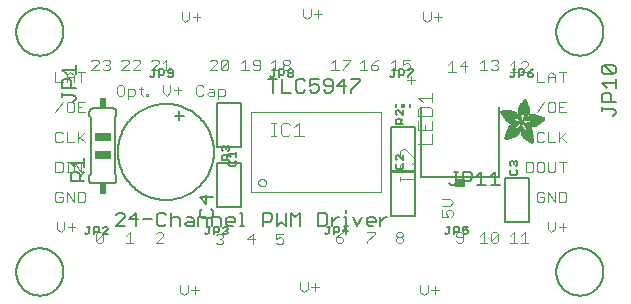
<source format=gbr>
G04 EAGLE Gerber RS-274X export*
G75*
%MOMM*%
%FSLAX34Y34*%
%LPD*%
%INSilkscreen Top*%
%IPPOS*%
%AMOC8*
5,1,8,0,0,1.08239X$1,22.5*%
G01*
%ADD10C,0.101600*%
%ADD11C,0.127000*%
%ADD12C,0.152400*%
%ADD13R,0.609600X0.863600*%
%ADD14R,1.400000X0.650000*%
%ADD15C,0.203200*%
%ADD16R,0.863600X0.762000*%
%ADD17C,0.076200*%
%ADD18R,0.150000X0.300000*%
%ADD19R,0.300000X0.300000*%
%ADD20R,0.050800X0.006300*%
%ADD21R,0.082600X0.006400*%
%ADD22R,0.120600X0.006300*%
%ADD23R,0.139700X0.006400*%
%ADD24R,0.158800X0.006300*%
%ADD25R,0.177800X0.006400*%
%ADD26R,0.196800X0.006300*%
%ADD27R,0.215900X0.006400*%
%ADD28R,0.228600X0.006300*%
%ADD29R,0.241300X0.006400*%
%ADD30R,0.254000X0.006300*%
%ADD31R,0.266700X0.006400*%
%ADD32R,0.279400X0.006300*%
%ADD33R,0.285700X0.006400*%
%ADD34R,0.298400X0.006300*%
%ADD35R,0.311200X0.006400*%
%ADD36R,0.317500X0.006300*%
%ADD37R,0.330200X0.006400*%
%ADD38R,0.336600X0.006300*%
%ADD39R,0.349200X0.006400*%
%ADD40R,0.361900X0.006300*%
%ADD41R,0.368300X0.006400*%
%ADD42R,0.381000X0.006300*%
%ADD43R,0.387300X0.006400*%
%ADD44R,0.393700X0.006300*%
%ADD45R,0.406400X0.006400*%
%ADD46R,0.412700X0.006300*%
%ADD47R,0.419100X0.006400*%
%ADD48R,0.431800X0.006300*%
%ADD49R,0.438100X0.006400*%
%ADD50R,0.450800X0.006300*%
%ADD51R,0.457200X0.006400*%
%ADD52R,0.463500X0.006300*%
%ADD53R,0.476200X0.006400*%
%ADD54R,0.482600X0.006300*%
%ADD55R,0.488900X0.006400*%
%ADD56R,0.501600X0.006300*%
%ADD57R,0.508000X0.006400*%
%ADD58R,0.514300X0.006300*%
%ADD59R,0.527000X0.006400*%
%ADD60R,0.533400X0.006300*%
%ADD61R,0.546100X0.006400*%
%ADD62R,0.552400X0.006300*%
%ADD63R,0.558800X0.006400*%
%ADD64R,0.571500X0.006300*%
%ADD65R,0.577800X0.006400*%
%ADD66R,0.584200X0.006300*%
%ADD67R,0.596900X0.006400*%
%ADD68R,0.603200X0.006300*%
%ADD69R,0.609600X0.006400*%
%ADD70R,0.622300X0.006300*%
%ADD71R,0.628600X0.006400*%
%ADD72R,0.641300X0.006300*%
%ADD73R,0.647700X0.006400*%
%ADD74R,0.063500X0.006300*%
%ADD75R,0.654000X0.006300*%
%ADD76R,0.101600X0.006400*%
%ADD77R,0.666700X0.006400*%
%ADD78R,0.139700X0.006300*%
%ADD79R,0.673100X0.006300*%
%ADD80R,0.165100X0.006400*%
%ADD81R,0.679400X0.006400*%
%ADD82R,0.196900X0.006300*%
%ADD83R,0.692100X0.006300*%
%ADD84R,0.222200X0.006400*%
%ADD85R,0.698500X0.006400*%
%ADD86R,0.247700X0.006300*%
%ADD87R,0.704800X0.006300*%
%ADD88R,0.279400X0.006400*%
%ADD89R,0.717500X0.006400*%
%ADD90R,0.298500X0.006300*%
%ADD91R,0.723900X0.006300*%
%ADD92R,0.736600X0.006400*%
%ADD93R,0.342900X0.006300*%
%ADD94R,0.742900X0.006300*%
%ADD95R,0.374700X0.006400*%
%ADD96R,0.749300X0.006400*%
%ADD97R,0.762000X0.006300*%
%ADD98R,0.412700X0.006400*%
%ADD99R,0.768300X0.006400*%
%ADD100R,0.438100X0.006300*%
%ADD101R,0.774700X0.006300*%
%ADD102R,0.463600X0.006400*%
%ADD103R,0.787400X0.006400*%
%ADD104R,0.793700X0.006300*%
%ADD105R,0.495300X0.006400*%
%ADD106R,0.800100X0.006400*%
%ADD107R,0.520700X0.006300*%
%ADD108R,0.812800X0.006300*%
%ADD109R,0.533400X0.006400*%
%ADD110R,0.819100X0.006400*%
%ADD111R,0.558800X0.006300*%
%ADD112R,0.825500X0.006300*%
%ADD113R,0.577900X0.006400*%
%ADD114R,0.831800X0.006400*%
%ADD115R,0.596900X0.006300*%
%ADD116R,0.844500X0.006300*%
%ADD117R,0.616000X0.006400*%
%ADD118R,0.850900X0.006400*%
%ADD119R,0.635000X0.006300*%
%ADD120R,0.857200X0.006300*%
%ADD121R,0.654100X0.006400*%
%ADD122R,0.863600X0.006400*%
%ADD123R,0.666700X0.006300*%
%ADD124R,0.869900X0.006300*%
%ADD125R,0.685800X0.006400*%
%ADD126R,0.876300X0.006400*%
%ADD127R,0.882600X0.006300*%
%ADD128R,0.723900X0.006400*%
%ADD129R,0.889000X0.006400*%
%ADD130R,0.895300X0.006300*%
%ADD131R,0.755700X0.006400*%
%ADD132R,0.901700X0.006400*%
%ADD133R,0.908000X0.006300*%
%ADD134R,0.793800X0.006400*%
%ADD135R,0.914400X0.006400*%
%ADD136R,0.806400X0.006300*%
%ADD137R,0.920700X0.006300*%
%ADD138R,0.825500X0.006400*%
%ADD139R,0.927100X0.006400*%
%ADD140R,0.933400X0.006300*%
%ADD141R,0.857300X0.006400*%
%ADD142R,0.939800X0.006400*%
%ADD143R,0.870000X0.006300*%
%ADD144R,0.939800X0.006300*%
%ADD145R,0.946100X0.006400*%
%ADD146R,0.952500X0.006300*%
%ADD147R,0.908000X0.006400*%
%ADD148R,0.958800X0.006400*%
%ADD149R,0.965200X0.006300*%
%ADD150R,0.965200X0.006400*%
%ADD151R,0.971500X0.006300*%
%ADD152R,0.952500X0.006400*%
%ADD153R,0.977900X0.006400*%
%ADD154R,0.958800X0.006300*%
%ADD155R,0.984200X0.006300*%
%ADD156R,0.971500X0.006400*%
%ADD157R,0.984200X0.006400*%
%ADD158R,0.990600X0.006300*%
%ADD159R,0.984300X0.006400*%
%ADD160R,0.996900X0.006400*%
%ADD161R,0.997000X0.006300*%
%ADD162R,0.996900X0.006300*%
%ADD163R,1.003300X0.006400*%
%ADD164R,1.016000X0.006300*%
%ADD165R,1.009600X0.006300*%
%ADD166R,1.016000X0.006400*%
%ADD167R,1.009600X0.006400*%
%ADD168R,1.022300X0.006300*%
%ADD169R,1.028700X0.006400*%
%ADD170R,1.035100X0.006300*%
%ADD171R,1.047800X0.006400*%
%ADD172R,1.054100X0.006300*%
%ADD173R,1.028700X0.006300*%
%ADD174R,1.054100X0.006400*%
%ADD175R,1.035000X0.006400*%
%ADD176R,1.060400X0.006300*%
%ADD177R,1.035000X0.006300*%
%ADD178R,1.060500X0.006400*%
%ADD179R,1.041400X0.006400*%
%ADD180R,1.066800X0.006300*%
%ADD181R,1.041400X0.006300*%
%ADD182R,1.079500X0.006400*%
%ADD183R,1.047700X0.006400*%
%ADD184R,1.085900X0.006300*%
%ADD185R,1.047700X0.006300*%
%ADD186R,1.085800X0.006400*%
%ADD187R,1.092200X0.006300*%
%ADD188R,1.085900X0.006400*%
%ADD189R,1.098600X0.006300*%
%ADD190R,1.098600X0.006400*%
%ADD191R,1.060400X0.006400*%
%ADD192R,1.104900X0.006300*%
%ADD193R,1.104900X0.006400*%
%ADD194R,1.066800X0.006400*%
%ADD195R,1.111200X0.006300*%
%ADD196R,1.117600X0.006400*%
%ADD197R,1.117600X0.006300*%
%ADD198R,1.073100X0.006300*%
%ADD199R,1.073100X0.006400*%
%ADD200R,1.124000X0.006300*%
%ADD201R,1.079500X0.006300*%
%ADD202R,1.123900X0.006400*%
%ADD203R,1.130300X0.006300*%
%ADD204R,1.130300X0.006400*%
%ADD205R,1.136700X0.006400*%
%ADD206R,1.136700X0.006300*%
%ADD207R,1.085800X0.006300*%
%ADD208R,1.136600X0.006400*%
%ADD209R,1.136600X0.006300*%
%ADD210R,1.143000X0.006400*%
%ADD211R,1.143000X0.006300*%
%ADD212R,1.149400X0.006300*%
%ADD213R,1.149300X0.006300*%
%ADD214R,1.149300X0.006400*%
%ADD215R,1.149400X0.006400*%
%ADD216R,1.155700X0.006400*%
%ADD217R,1.155700X0.006300*%
%ADD218R,1.060500X0.006300*%
%ADD219R,2.197100X0.006400*%
%ADD220R,2.197100X0.006300*%
%ADD221R,2.184400X0.006300*%
%ADD222R,2.184400X0.006400*%
%ADD223R,2.171700X0.006400*%
%ADD224R,2.171700X0.006300*%
%ADD225R,1.530300X0.006400*%
%ADD226R,1.505000X0.006300*%
%ADD227R,1.492300X0.006400*%
%ADD228R,1.485900X0.006300*%
%ADD229R,0.565200X0.006300*%
%ADD230R,1.473200X0.006400*%
%ADD231R,0.565200X0.006400*%
%ADD232R,1.460500X0.006300*%
%ADD233R,1.454100X0.006400*%
%ADD234R,0.552400X0.006400*%
%ADD235R,1.441500X0.006300*%
%ADD236R,0.546100X0.006300*%
%ADD237R,1.435100X0.006400*%
%ADD238R,0.539800X0.006400*%
%ADD239R,1.428800X0.006300*%
%ADD240R,1.422400X0.006400*%
%ADD241R,1.409700X0.006300*%
%ADD242R,0.527100X0.006300*%
%ADD243R,1.403300X0.006400*%
%ADD244R,0.527100X0.006400*%
%ADD245R,1.390700X0.006300*%
%ADD246R,1.384300X0.006400*%
%ADD247R,0.520700X0.006400*%
%ADD248R,1.384300X0.006300*%
%ADD249R,0.514400X0.006300*%
%ADD250R,1.371600X0.006400*%
%ADD251R,1.365200X0.006300*%
%ADD252R,0.508000X0.006300*%
%ADD253R,1.352600X0.006400*%
%ADD254R,0.501700X0.006400*%
%ADD255R,0.711200X0.006300*%
%ADD256R,0.603300X0.006300*%
%ADD257R,0.501700X0.006300*%
%ADD258R,0.692100X0.006400*%
%ADD259R,0.571500X0.006400*%
%ADD260R,0.679400X0.006300*%
%ADD261R,0.495300X0.006300*%
%ADD262R,0.673100X0.006400*%
%ADD263R,0.666800X0.006300*%
%ADD264R,0.488900X0.006300*%
%ADD265R,0.660400X0.006400*%
%ADD266R,0.482600X0.006400*%
%ADD267R,0.476200X0.006300*%
%ADD268R,0.654000X0.006400*%
%ADD269R,0.469900X0.006400*%
%ADD270R,0.476300X0.006400*%
%ADD271R,0.647700X0.006300*%
%ADD272R,0.457200X0.006300*%
%ADD273R,0.469900X0.006300*%
%ADD274R,0.641300X0.006400*%
%ADD275R,0.444500X0.006400*%
%ADD276R,0.463600X0.006300*%
%ADD277R,0.635000X0.006400*%
%ADD278R,0.463500X0.006400*%
%ADD279R,0.393700X0.006400*%
%ADD280R,0.450800X0.006400*%
%ADD281R,0.628600X0.006300*%
%ADD282R,0.387400X0.006300*%
%ADD283R,0.450900X0.006300*%
%ADD284R,0.628700X0.006400*%
%ADD285R,0.374600X0.006400*%
%ADD286R,0.368300X0.006300*%
%ADD287R,0.438200X0.006300*%
%ADD288R,0.622300X0.006400*%
%ADD289R,0.355600X0.006400*%
%ADD290R,0.431800X0.006400*%
%ADD291R,0.349300X0.006300*%
%ADD292R,0.425400X0.006300*%
%ADD293R,0.615900X0.006300*%
%ADD294R,0.330200X0.006300*%
%ADD295R,0.419100X0.006300*%
%ADD296R,0.616000X0.006300*%
%ADD297R,0.311200X0.006300*%
%ADD298R,0.406400X0.006300*%
%ADD299R,0.615900X0.006400*%
%ADD300R,0.304800X0.006400*%
%ADD301R,0.158800X0.006400*%
%ADD302R,0.609600X0.006300*%
%ADD303R,0.292100X0.006300*%
%ADD304R,0.235000X0.006300*%
%ADD305R,0.387400X0.006400*%
%ADD306R,0.292100X0.006400*%
%ADD307R,0.336500X0.006300*%
%ADD308R,0.260400X0.006300*%
%ADD309R,0.603300X0.006400*%
%ADD310R,0.260400X0.006400*%
%ADD311R,0.362000X0.006400*%
%ADD312R,0.450900X0.006400*%
%ADD313R,0.355600X0.006300*%
%ADD314R,0.342900X0.006400*%
%ADD315R,0.514300X0.006400*%
%ADD316R,0.234900X0.006300*%
%ADD317R,0.539700X0.006300*%
%ADD318R,0.603200X0.006400*%
%ADD319R,0.234900X0.006400*%
%ADD320R,0.920700X0.006400*%
%ADD321R,0.958900X0.006400*%
%ADD322R,0.215900X0.006300*%
%ADD323R,0.209600X0.006400*%
%ADD324R,0.203200X0.006300*%
%ADD325R,1.003300X0.006300*%
%ADD326R,0.203200X0.006400*%
%ADD327R,0.196900X0.006400*%
%ADD328R,0.190500X0.006300*%
%ADD329R,0.190500X0.006400*%
%ADD330R,0.184200X0.006300*%
%ADD331R,0.590500X0.006400*%
%ADD332R,0.184200X0.006400*%
%ADD333R,0.590500X0.006300*%
%ADD334R,0.177800X0.006300*%
%ADD335R,0.584200X0.006400*%
%ADD336R,1.168400X0.006400*%
%ADD337R,0.171500X0.006300*%
%ADD338R,1.187500X0.006300*%
%ADD339R,1.200100X0.006400*%
%ADD340R,0.577800X0.006300*%
%ADD341R,1.212900X0.006300*%
%ADD342R,1.231900X0.006400*%
%ADD343R,1.250900X0.006300*%
%ADD344R,0.565100X0.006400*%
%ADD345R,0.184100X0.006400*%
%ADD346R,1.263700X0.006400*%
%ADD347R,0.565100X0.006300*%
%ADD348R,1.289100X0.006300*%
%ADD349R,1.314400X0.006400*%
%ADD350R,0.552500X0.006300*%
%ADD351R,1.568500X0.006300*%
%ADD352R,0.552500X0.006400*%
%ADD353R,1.581200X0.006400*%
%ADD354R,1.593800X0.006300*%
%ADD355R,1.606500X0.006400*%
%ADD356R,1.619300X0.006300*%
%ADD357R,0.514400X0.006400*%
%ADD358R,1.638300X0.006400*%
%ADD359R,1.657300X0.006300*%
%ADD360R,2.209800X0.006400*%
%ADD361R,2.425700X0.006300*%
%ADD362R,2.470100X0.006400*%
%ADD363R,2.501900X0.006300*%
%ADD364R,2.533700X0.006400*%
%ADD365R,2.559000X0.006300*%
%ADD366R,2.584500X0.006400*%
%ADD367R,2.609900X0.006300*%
%ADD368R,2.628900X0.006400*%
%ADD369R,2.660600X0.006300*%
%ADD370R,2.673400X0.006400*%
%ADD371R,1.422400X0.006300*%
%ADD372R,1.200200X0.006300*%
%ADD373R,1.365300X0.006300*%
%ADD374R,1.365300X0.006400*%
%ADD375R,1.352500X0.006300*%
%ADD376R,1.098500X0.006300*%
%ADD377R,1.358900X0.006400*%
%ADD378R,1.352600X0.006300*%
%ADD379R,1.358900X0.006300*%
%ADD380R,1.371600X0.006300*%
%ADD381R,1.377900X0.006400*%
%ADD382R,1.397000X0.006400*%
%ADD383R,1.403300X0.006300*%
%ADD384R,0.914400X0.006300*%
%ADD385R,0.876300X0.006300*%
%ADD386R,0.374600X0.006300*%
%ADD387R,1.073200X0.006400*%
%ADD388R,0.374700X0.006300*%
%ADD389R,0.844600X0.006400*%
%ADD390R,0.844600X0.006300*%
%ADD391R,0.831900X0.006400*%
%ADD392R,1.092200X0.006400*%
%ADD393R,0.400000X0.006300*%
%ADD394R,0.819200X0.006400*%
%ADD395R,1.111300X0.006400*%
%ADD396R,0.812800X0.006400*%
%ADD397R,0.800100X0.006300*%
%ADD398R,0.476300X0.006300*%
%ADD399R,1.181100X0.006300*%
%ADD400R,0.501600X0.006400*%
%ADD401R,1.193800X0.006400*%
%ADD402R,0.781000X0.006400*%
%ADD403R,1.238200X0.006400*%
%ADD404R,0.781100X0.006300*%
%ADD405R,1.257300X0.006300*%
%ADD406R,1.295400X0.006400*%
%ADD407R,1.333500X0.006300*%
%ADD408R,0.774700X0.006400*%
%ADD409R,1.866900X0.006400*%
%ADD410R,0.209600X0.006300*%
%ADD411R,1.866900X0.006300*%
%ADD412R,0.768400X0.006400*%
%ADD413R,0.209500X0.006400*%
%ADD414R,1.860600X0.006400*%
%ADD415R,0.762000X0.006400*%
%ADD416R,0.768400X0.006300*%
%ADD417R,1.860600X0.006300*%
%ADD418R,1.860500X0.006400*%
%ADD419R,0.222300X0.006300*%
%ADD420R,1.854200X0.006300*%
%ADD421R,0.235000X0.006400*%
%ADD422R,1.854200X0.006400*%
%ADD423R,0.768300X0.006300*%
%ADD424R,0.260300X0.006400*%
%ADD425R,1.847800X0.006400*%
%ADD426R,0.266700X0.006300*%
%ADD427R,1.847800X0.006300*%
%ADD428R,0.273100X0.006400*%
%ADD429R,1.841500X0.006400*%
%ADD430R,0.285800X0.006300*%
%ADD431R,1.841500X0.006300*%
%ADD432R,0.298500X0.006400*%
%ADD433R,1.835100X0.006400*%
%ADD434R,0.781000X0.006300*%
%ADD435R,0.304800X0.006300*%
%ADD436R,1.835100X0.006300*%
%ADD437R,0.317500X0.006400*%
%ADD438R,1.828800X0.006400*%
%ADD439R,0.787400X0.006300*%
%ADD440R,0.323800X0.006300*%
%ADD441R,1.828800X0.006300*%
%ADD442R,0.793700X0.006400*%
%ADD443R,1.822400X0.006400*%
%ADD444R,0.806500X0.006300*%
%ADD445R,1.822400X0.006300*%
%ADD446R,1.816100X0.006400*%
%ADD447R,0.819100X0.006300*%
%ADD448R,0.387300X0.006300*%
%ADD449R,1.816100X0.006300*%
%ADD450R,1.809800X0.006400*%
%ADD451R,1.803400X0.006300*%
%ADD452R,1.797000X0.006400*%
%ADD453R,0.901700X0.006300*%
%ADD454R,1.797000X0.006300*%
%ADD455R,1.441400X0.006400*%
%ADD456R,1.790700X0.006400*%
%ADD457R,1.447800X0.006300*%
%ADD458R,1.784300X0.006300*%
%ADD459R,1.447800X0.006400*%
%ADD460R,1.784300X0.006400*%
%ADD461R,1.454100X0.006300*%
%ADD462R,1.771700X0.006300*%
%ADD463R,1.460500X0.006400*%
%ADD464R,1.759000X0.006400*%
%ADD465R,1.466800X0.006300*%
%ADD466R,1.752600X0.006300*%
%ADD467R,1.466800X0.006400*%
%ADD468R,1.739900X0.006400*%
%ADD469R,1.473200X0.006300*%
%ADD470R,1.727200X0.006300*%
%ADD471R,1.479500X0.006400*%
%ADD472R,1.714500X0.006400*%
%ADD473R,1.695400X0.006300*%
%ADD474R,1.485900X0.006400*%
%ADD475R,1.682700X0.006400*%
%ADD476R,1.492200X0.006300*%
%ADD477R,1.663700X0.006300*%
%ADD478R,1.498600X0.006400*%
%ADD479R,1.644600X0.006400*%
%ADD480R,1.498600X0.006300*%
%ADD481R,1.619200X0.006300*%
%ADD482R,1.511300X0.006400*%
%ADD483R,1.600200X0.006400*%
%ADD484R,1.517700X0.006300*%
%ADD485R,1.574800X0.006300*%
%ADD486R,1.524000X0.006400*%
%ADD487R,1.555800X0.006400*%
%ADD488R,1.524000X0.006300*%
%ADD489R,1.536700X0.006300*%
%ADD490R,1.530400X0.006400*%
%ADD491R,1.517700X0.006400*%
%ADD492R,1.492300X0.006300*%
%ADD493R,1.549400X0.006400*%
%ADD494R,1.479600X0.006400*%
%ADD495R,1.549400X0.006300*%
%ADD496R,1.555700X0.006400*%
%ADD497R,1.562100X0.006300*%
%ADD498R,0.323900X0.006300*%
%ADD499R,1.568400X0.006400*%
%ADD500R,0.336600X0.006400*%
%ADD501R,1.587500X0.006300*%
%ADD502R,0.971600X0.006300*%
%ADD503R,0.349300X0.006400*%
%ADD504R,1.600200X0.006300*%
%ADD505R,0.920800X0.006300*%
%ADD506R,0.882700X0.006400*%
%ADD507R,1.612900X0.006300*%
%ADD508R,0.362000X0.006300*%
%ADD509R,1.625600X0.006400*%
%ADD510R,1.625600X0.006300*%
%ADD511R,1.644600X0.006300*%
%ADD512R,0.736600X0.006300*%
%ADD513R,0.717600X0.006400*%
%ADD514R,1.657400X0.006300*%
%ADD515R,0.679500X0.006300*%
%ADD516R,1.663700X0.006400*%
%ADD517R,0.400000X0.006400*%
%ADD518R,1.676400X0.006300*%
%ADD519R,1.676400X0.006400*%
%ADD520R,0.425500X0.006400*%
%ADD521R,1.352500X0.006400*%
%ADD522R,0.444500X0.006300*%
%ADD523R,0.361900X0.006400*%
%ADD524R,0.088900X0.006300*%
%ADD525R,1.009700X0.006300*%
%ADD526R,1.009700X0.006400*%
%ADD527R,1.022300X0.006400*%
%ADD528R,1.346200X0.006400*%
%ADD529R,1.346200X0.006300*%
%ADD530R,1.339900X0.006400*%
%ADD531R,1.035100X0.006400*%
%ADD532R,1.339800X0.006300*%
%ADD533R,1.333500X0.006400*%
%ADD534R,1.327200X0.006400*%
%ADD535R,1.320800X0.006300*%
%ADD536R,1.314500X0.006400*%
%ADD537R,1.314400X0.006300*%
%ADD538R,1.301700X0.006400*%
%ADD539R,1.295400X0.006300*%
%ADD540R,1.289000X0.006400*%
%ADD541R,1.276300X0.006300*%
%ADD542R,1.251000X0.006300*%
%ADD543R,1.244600X0.006400*%
%ADD544R,1.231900X0.006300*%
%ADD545R,1.212800X0.006400*%
%ADD546R,1.200100X0.006300*%
%ADD547R,1.187400X0.006400*%
%ADD548R,1.168400X0.006300*%
%ADD549R,1.047800X0.006300*%
%ADD550R,0.977900X0.006300*%
%ADD551R,0.946200X0.006400*%
%ADD552R,0.933400X0.006400*%
%ADD553R,0.895300X0.006400*%
%ADD554R,0.882700X0.006300*%
%ADD555R,0.863600X0.006300*%
%ADD556R,0.857200X0.006400*%
%ADD557R,0.850900X0.006300*%
%ADD558R,0.838200X0.006300*%
%ADD559R,0.806500X0.006400*%
%ADD560R,0.717600X0.006300*%
%ADD561R,0.711200X0.006400*%
%ADD562R,0.641400X0.006400*%
%ADD563R,0.641400X0.006300*%
%ADD564R,0.628700X0.006300*%
%ADD565R,0.590600X0.006300*%
%ADD566R,0.539700X0.006400*%
%ADD567R,0.285700X0.006300*%
%ADD568R,0.222200X0.006300*%
%ADD569R,0.171400X0.006300*%
%ADD570R,0.152400X0.006400*%
%ADD571R,0.133400X0.006300*%


D10*
X38608Y195080D02*
X38608Y185928D01*
X44709Y185928D01*
X47963Y185928D02*
X47963Y192029D01*
X51014Y195080D01*
X54064Y192029D01*
X54064Y185928D01*
X54064Y190504D02*
X47963Y190504D01*
X60369Y185928D02*
X60369Y195080D01*
X57318Y195080D02*
X63420Y195080D01*
X44709Y169680D02*
X38608Y160528D01*
X49488Y169680D02*
X52539Y169680D01*
X49488Y169680D02*
X47963Y168155D01*
X47963Y162053D01*
X49488Y160528D01*
X52539Y160528D01*
X54064Y162053D01*
X54064Y168155D01*
X52539Y169680D01*
X57318Y169680D02*
X63420Y169680D01*
X57318Y169680D02*
X57318Y160528D01*
X63420Y160528D01*
X60369Y165104D02*
X57318Y165104D01*
X43184Y144280D02*
X44709Y142755D01*
X43184Y144280D02*
X40133Y144280D01*
X38608Y142755D01*
X38608Y136653D01*
X40133Y135128D01*
X43184Y135128D01*
X44709Y136653D01*
X47963Y135128D02*
X47963Y144280D01*
X47963Y135128D02*
X54064Y135128D01*
X57318Y135128D02*
X57318Y144280D01*
X57318Y138179D02*
X63420Y144280D01*
X58844Y139704D02*
X63420Y135128D01*
X38608Y118880D02*
X38608Y109728D01*
X43184Y109728D01*
X44709Y111253D01*
X44709Y117355D01*
X43184Y118880D01*
X38608Y118880D01*
X47963Y109728D02*
X51014Y109728D01*
X49488Y109728D02*
X49488Y118880D01*
X47963Y118880D02*
X51014Y118880D01*
X54200Y118880D02*
X54200Y109728D01*
X60301Y109728D02*
X54200Y118880D01*
X60301Y118880D02*
X60301Y109728D01*
X43184Y93480D02*
X44709Y91955D01*
X43184Y93480D02*
X40133Y93480D01*
X38608Y91955D01*
X38608Y85853D01*
X40133Y84328D01*
X43184Y84328D01*
X44709Y85853D01*
X44709Y88904D01*
X41659Y88904D01*
X47963Y84328D02*
X47963Y93480D01*
X54064Y84328D01*
X54064Y93480D01*
X57318Y93480D02*
X57318Y84328D01*
X61894Y84328D01*
X63420Y85853D01*
X63420Y91955D01*
X61894Y93480D01*
X57318Y93480D01*
X39878Y68080D02*
X39878Y61979D01*
X42929Y58928D01*
X45979Y61979D01*
X45979Y68080D01*
X49233Y63504D02*
X55334Y63504D01*
X52284Y66555D02*
X52284Y60453D01*
X446152Y185928D02*
X446152Y195080D01*
X446152Y185928D02*
X452254Y185928D01*
X455508Y185928D02*
X455508Y192029D01*
X458558Y195080D01*
X461609Y192029D01*
X461609Y185928D01*
X461609Y190504D02*
X455508Y190504D01*
X467913Y185928D02*
X467913Y195080D01*
X464863Y195080D02*
X470964Y195080D01*
X452254Y169680D02*
X446152Y160528D01*
X457033Y169680D02*
X460084Y169680D01*
X457033Y169680D02*
X455508Y168155D01*
X455508Y162053D01*
X457033Y160528D01*
X460084Y160528D01*
X461609Y162053D01*
X461609Y168155D01*
X460084Y169680D01*
X464863Y169680D02*
X470964Y169680D01*
X464863Y169680D02*
X464863Y160528D01*
X470964Y160528D01*
X467913Y165104D02*
X464863Y165104D01*
X450728Y144280D02*
X452254Y142755D01*
X450728Y144280D02*
X447678Y144280D01*
X446152Y142755D01*
X446152Y136653D01*
X447678Y135128D01*
X450728Y135128D01*
X452254Y136653D01*
X455508Y135128D02*
X455508Y144280D01*
X455508Y135128D02*
X461609Y135128D01*
X464863Y135128D02*
X464863Y144280D01*
X464863Y138179D02*
X470964Y144280D01*
X466388Y139704D02*
X470964Y135128D01*
X436797Y118880D02*
X436797Y109728D01*
X441373Y109728D01*
X442898Y111253D01*
X442898Y117355D01*
X441373Y118880D01*
X436797Y118880D01*
X447678Y118880D02*
X450728Y118880D01*
X447678Y118880D02*
X446152Y117355D01*
X446152Y111253D01*
X447678Y109728D01*
X450728Y109728D01*
X452254Y111253D01*
X452254Y117355D01*
X450728Y118880D01*
X455508Y118880D02*
X455508Y111253D01*
X457033Y109728D01*
X460084Y109728D01*
X461609Y111253D01*
X461609Y118880D01*
X467913Y118880D02*
X467913Y109728D01*
X464863Y118880D02*
X470964Y118880D01*
X450728Y93480D02*
X452254Y91955D01*
X450728Y93480D02*
X447678Y93480D01*
X446152Y91955D01*
X446152Y85853D01*
X447678Y84328D01*
X450728Y84328D01*
X452254Y85853D01*
X452254Y88904D01*
X449203Y88904D01*
X455508Y84328D02*
X455508Y93480D01*
X461609Y84328D01*
X461609Y93480D01*
X464863Y93480D02*
X464863Y84328D01*
X469439Y84328D01*
X470964Y85853D01*
X470964Y91955D01*
X469439Y93480D01*
X464863Y93480D01*
X455508Y68080D02*
X455508Y61979D01*
X458558Y58928D01*
X461609Y61979D01*
X461609Y68080D01*
X464863Y63504D02*
X470964Y63504D01*
X467913Y66555D02*
X467913Y60453D01*
X144358Y14740D02*
X144358Y8639D01*
X147408Y5588D01*
X150459Y8639D01*
X150459Y14740D01*
X153713Y10164D02*
X159814Y10164D01*
X156763Y13215D02*
X156763Y7113D01*
X245958Y11179D02*
X245958Y17280D01*
X245958Y11179D02*
X249008Y8128D01*
X252059Y11179D01*
X252059Y17280D01*
X255313Y12704D02*
X261414Y12704D01*
X258363Y15755D02*
X258363Y9653D01*
X347558Y8639D02*
X347558Y14740D01*
X347558Y8639D02*
X350608Y5588D01*
X353659Y8639D01*
X353659Y14740D01*
X356913Y10164D02*
X363014Y10164D01*
X359963Y13215D02*
X359963Y7113D01*
X145628Y239779D02*
X145628Y245880D01*
X145628Y239779D02*
X148678Y236728D01*
X151729Y239779D01*
X151729Y245880D01*
X154983Y241304D02*
X161084Y241304D01*
X158033Y244355D02*
X158033Y238253D01*
X248498Y242319D02*
X248498Y248420D01*
X248498Y242319D02*
X251548Y239268D01*
X254599Y242319D01*
X254599Y248420D01*
X257853Y243844D02*
X263954Y243844D01*
X260903Y246895D02*
X260903Y240793D01*
X350098Y239779D02*
X350098Y245880D01*
X350098Y239779D02*
X353148Y236728D01*
X356199Y239779D01*
X356199Y245880D01*
X359453Y241304D02*
X365554Y241304D01*
X362503Y244355D02*
X362503Y238253D01*
X366260Y78069D02*
X366260Y71968D01*
X370836Y71968D01*
X369311Y75018D01*
X369311Y76544D01*
X370836Y78069D01*
X373887Y78069D01*
X375412Y76544D01*
X375412Y73493D01*
X373887Y71968D01*
X372361Y81323D02*
X366260Y81323D01*
X372361Y81323D02*
X375412Y84373D01*
X372361Y87424D01*
X366260Y87424D01*
X95254Y183650D02*
X92203Y183650D01*
X90678Y182125D01*
X90678Y176023D01*
X92203Y174498D01*
X95254Y174498D01*
X96779Y176023D01*
X96779Y182125D01*
X95254Y183650D01*
X100033Y180599D02*
X100033Y171447D01*
X100033Y180599D02*
X104609Y180599D01*
X106134Y179074D01*
X106134Y176023D01*
X104609Y174498D01*
X100033Y174498D01*
X110914Y176023D02*
X110914Y182125D01*
X110914Y176023D02*
X112439Y174498D01*
X112439Y180599D02*
X109388Y180599D01*
X115625Y176023D02*
X115625Y174498D01*
X115625Y176023D02*
X117150Y176023D01*
X117150Y174498D01*
X115625Y174498D01*
X129658Y177549D02*
X129658Y183650D01*
X129658Y177549D02*
X132709Y174498D01*
X135759Y177549D01*
X135759Y183650D01*
X139013Y179074D02*
X145114Y179074D01*
X142064Y182125D02*
X142064Y176023D01*
X162299Y183650D02*
X163825Y182125D01*
X162299Y183650D02*
X159249Y183650D01*
X157724Y182125D01*
X157724Y176023D01*
X159249Y174498D01*
X162299Y174498D01*
X163825Y176023D01*
X168604Y180599D02*
X171655Y180599D01*
X173180Y179074D01*
X173180Y174498D01*
X168604Y174498D01*
X167079Y176023D01*
X168604Y177549D01*
X173180Y177549D01*
X176434Y180599D02*
X176434Y171447D01*
X176434Y180599D02*
X181010Y180599D01*
X182535Y179074D01*
X182535Y176023D01*
X181010Y174498D01*
X176434Y174498D01*
D11*
X222599Y177165D02*
X222599Y188605D01*
X218786Y188605D02*
X226413Y188605D01*
X230480Y188605D02*
X230480Y177165D01*
X238107Y177165D01*
X247894Y188605D02*
X249800Y186698D01*
X247894Y188605D02*
X244081Y188605D01*
X242174Y186698D01*
X242174Y179072D01*
X244081Y177165D01*
X247894Y177165D01*
X249800Y179072D01*
X253868Y188605D02*
X261494Y188605D01*
X253868Y188605D02*
X253868Y182885D01*
X257681Y184792D01*
X259588Y184792D01*
X261494Y182885D01*
X261494Y179072D01*
X259588Y177165D01*
X255775Y177165D01*
X253868Y179072D01*
X265562Y179072D02*
X267469Y177165D01*
X271282Y177165D01*
X273188Y179072D01*
X273188Y186698D01*
X271282Y188605D01*
X267469Y188605D01*
X265562Y186698D01*
X265562Y184792D01*
X267469Y182885D01*
X273188Y182885D01*
X282976Y177165D02*
X282976Y188605D01*
X277256Y182885D01*
X284882Y182885D01*
X288950Y188605D02*
X296576Y188605D01*
X296576Y186698D01*
X288950Y179072D01*
X288950Y177165D01*
X97162Y64135D02*
X89535Y64135D01*
X97162Y71762D01*
X97162Y73668D01*
X95255Y75575D01*
X91442Y75575D01*
X89535Y73668D01*
X106949Y75575D02*
X106949Y64135D01*
X101229Y69855D02*
X106949Y75575D01*
X108855Y69855D02*
X101229Y69855D01*
X112923Y69855D02*
X120549Y69855D01*
X130337Y75575D02*
X132243Y73668D01*
X130337Y75575D02*
X126524Y75575D01*
X124617Y73668D01*
X124617Y66042D01*
X126524Y64135D01*
X130337Y64135D01*
X132243Y66042D01*
X136311Y64135D02*
X136311Y75575D01*
X138218Y71762D02*
X136311Y69855D01*
X138218Y71762D02*
X142031Y71762D01*
X143937Y69855D01*
X143937Y64135D01*
X149911Y71762D02*
X153725Y71762D01*
X155631Y69855D01*
X155631Y64135D01*
X149911Y64135D01*
X148005Y66042D01*
X149911Y67948D01*
X155631Y67948D01*
X159699Y64135D02*
X159699Y71762D01*
X165419Y71762D01*
X167325Y69855D01*
X167325Y64135D01*
X171393Y64135D02*
X171393Y71762D01*
X177113Y71762D01*
X179019Y69855D01*
X179019Y64135D01*
X184993Y64135D02*
X188807Y64135D01*
X184993Y64135D02*
X183087Y66042D01*
X183087Y69855D01*
X184993Y71762D01*
X188807Y71762D01*
X190713Y69855D01*
X190713Y67948D01*
X183087Y67948D01*
X194781Y75575D02*
X196687Y75575D01*
X196687Y64135D01*
X194781Y64135D02*
X198594Y64135D01*
X214271Y64135D02*
X214271Y75575D01*
X219991Y75575D01*
X221897Y73668D01*
X221897Y69855D01*
X219991Y67948D01*
X214271Y67948D01*
X225965Y64135D02*
X225965Y75575D01*
X229778Y67948D02*
X225965Y64135D01*
X229778Y67948D02*
X233591Y64135D01*
X233591Y75575D01*
X237659Y75575D02*
X237659Y64135D01*
X241472Y71762D02*
X237659Y75575D01*
X241472Y71762D02*
X245285Y75575D01*
X245285Y64135D01*
X261047Y64135D02*
X261047Y75575D01*
X261047Y64135D02*
X266766Y64135D01*
X268673Y66042D01*
X268673Y73668D01*
X266766Y75575D01*
X261047Y75575D01*
X272741Y71762D02*
X272741Y64135D01*
X272741Y67948D02*
X276554Y71762D01*
X278460Y71762D01*
X282485Y71762D02*
X284392Y71762D01*
X284392Y64135D01*
X282485Y64135D02*
X286299Y64135D01*
X284392Y75575D02*
X284392Y77481D01*
X290281Y71762D02*
X294095Y64135D01*
X297908Y71762D01*
X303882Y64135D02*
X307695Y64135D01*
X303882Y64135D02*
X301975Y66042D01*
X301975Y69855D01*
X303882Y71762D01*
X307695Y71762D01*
X309602Y69855D01*
X309602Y67948D01*
X301975Y67948D01*
X313669Y64135D02*
X313669Y71762D01*
X313669Y67948D02*
X317483Y71762D01*
X319389Y71762D01*
D10*
X72898Y57665D02*
X72898Y51563D01*
X72898Y57665D02*
X74423Y59190D01*
X77474Y59190D01*
X78999Y57665D01*
X78999Y51563D01*
X77474Y50038D01*
X74423Y50038D01*
X72898Y51563D01*
X78999Y57665D01*
X98298Y56139D02*
X101349Y59190D01*
X101349Y50038D01*
X104399Y50038D02*
X98298Y50038D01*
X123698Y50038D02*
X129799Y50038D01*
X123698Y50038D02*
X129799Y56139D01*
X129799Y57665D01*
X128274Y59190D01*
X125223Y59190D01*
X123698Y57665D01*
X174498Y56395D02*
X176023Y57920D01*
X179074Y57920D01*
X180599Y56395D01*
X180599Y54869D01*
X179074Y53344D01*
X177549Y53344D01*
X179074Y53344D02*
X180599Y51819D01*
X180599Y50293D01*
X179074Y48768D01*
X176023Y48768D01*
X174498Y50293D01*
X205744Y48768D02*
X205744Y57920D01*
X201168Y53344D01*
X207269Y53344D01*
X225298Y57920D02*
X231399Y57920D01*
X225298Y57920D02*
X225298Y53344D01*
X228349Y54869D01*
X229874Y54869D01*
X231399Y53344D01*
X231399Y50293D01*
X229874Y48768D01*
X226823Y48768D01*
X225298Y50293D01*
X279149Y57665D02*
X282199Y59190D01*
X279149Y57665D02*
X276098Y54614D01*
X276098Y51563D01*
X277623Y50038D01*
X280674Y50038D01*
X282199Y51563D01*
X282199Y53089D01*
X280674Y54614D01*
X276098Y54614D01*
X302768Y59190D02*
X308869Y59190D01*
X308869Y57665D01*
X302768Y51563D01*
X302768Y50038D01*
X326898Y57665D02*
X328423Y59190D01*
X331474Y59190D01*
X332999Y57665D01*
X332999Y56139D01*
X331474Y54614D01*
X332999Y53089D01*
X332999Y51563D01*
X331474Y50038D01*
X328423Y50038D01*
X326898Y51563D01*
X326898Y53089D01*
X328423Y54614D01*
X326898Y56139D01*
X326898Y57665D01*
X328423Y54614D02*
X331474Y54614D01*
X377698Y51563D02*
X379223Y50038D01*
X382274Y50038D01*
X383799Y51563D01*
X383799Y57665D01*
X382274Y59190D01*
X379223Y59190D01*
X377698Y57665D01*
X377698Y56139D01*
X379223Y54614D01*
X383799Y54614D01*
X398018Y56139D02*
X401069Y59190D01*
X401069Y50038D01*
X404119Y50038D02*
X398018Y50038D01*
X407373Y51563D02*
X407373Y57665D01*
X408898Y59190D01*
X411949Y59190D01*
X413474Y57665D01*
X413474Y51563D01*
X411949Y50038D01*
X408898Y50038D01*
X407373Y51563D01*
X413474Y57665D01*
X423418Y56139D02*
X426469Y59190D01*
X426469Y50038D01*
X429519Y50038D02*
X423418Y50038D01*
X432773Y56139D02*
X435824Y59190D01*
X435824Y50038D01*
X438874Y50038D02*
X432773Y50038D01*
X423418Y200919D02*
X426469Y203970D01*
X426469Y194818D01*
X429519Y194818D02*
X423418Y194818D01*
X432773Y194818D02*
X438874Y194818D01*
X432773Y194818D02*
X438874Y200919D01*
X438874Y202445D01*
X437349Y203970D01*
X434298Y203970D01*
X432773Y202445D01*
X401069Y205240D02*
X398018Y202189D01*
X401069Y205240D02*
X401069Y196088D01*
X404119Y196088D02*
X398018Y196088D01*
X407373Y203715D02*
X408898Y205240D01*
X411949Y205240D01*
X413474Y203715D01*
X413474Y202189D01*
X411949Y200664D01*
X410424Y200664D01*
X411949Y200664D02*
X413474Y199139D01*
X413474Y197613D01*
X411949Y196088D01*
X408898Y196088D01*
X407373Y197613D01*
X374399Y203970D02*
X371348Y200919D01*
X374399Y203970D02*
X374399Y194818D01*
X377449Y194818D02*
X371348Y194818D01*
X385279Y194818D02*
X385279Y203970D01*
X380703Y199394D01*
X386804Y199394D01*
X326139Y205240D02*
X323088Y202189D01*
X326139Y205240D02*
X326139Y196088D01*
X329189Y196088D02*
X323088Y196088D01*
X332443Y205240D02*
X338544Y205240D01*
X332443Y205240D02*
X332443Y200664D01*
X335494Y202189D01*
X337019Y202189D01*
X338544Y200664D01*
X338544Y197613D01*
X337019Y196088D01*
X333968Y196088D01*
X332443Y197613D01*
X299469Y205240D02*
X296418Y202189D01*
X299469Y205240D02*
X299469Y196088D01*
X302519Y196088D02*
X296418Y196088D01*
X308824Y203715D02*
X311874Y205240D01*
X308824Y203715D02*
X305773Y200664D01*
X305773Y197613D01*
X307298Y196088D01*
X310349Y196088D01*
X311874Y197613D01*
X311874Y199139D01*
X310349Y200664D01*
X305773Y200664D01*
X275339Y205240D02*
X272288Y202189D01*
X275339Y205240D02*
X275339Y196088D01*
X278389Y196088D02*
X272288Y196088D01*
X281643Y205240D02*
X287744Y205240D01*
X287744Y203715D01*
X281643Y197613D01*
X281643Y196088D01*
X224539Y205240D02*
X221488Y202189D01*
X224539Y205240D02*
X224539Y196088D01*
X227589Y196088D02*
X221488Y196088D01*
X230843Y203715D02*
X232368Y205240D01*
X235419Y205240D01*
X236944Y203715D01*
X236944Y202189D01*
X235419Y200664D01*
X236944Y199139D01*
X236944Y197613D01*
X235419Y196088D01*
X232368Y196088D01*
X230843Y197613D01*
X230843Y199139D01*
X232368Y200664D01*
X230843Y202189D01*
X230843Y203715D01*
X232368Y200664D02*
X235419Y200664D01*
X199139Y205240D02*
X196088Y202189D01*
X199139Y205240D02*
X199139Y196088D01*
X202189Y196088D02*
X196088Y196088D01*
X205443Y197613D02*
X206968Y196088D01*
X210019Y196088D01*
X211544Y197613D01*
X211544Y203715D01*
X210019Y205240D01*
X206968Y205240D01*
X205443Y203715D01*
X205443Y202189D01*
X206968Y200664D01*
X211544Y200664D01*
X175519Y196088D02*
X169418Y196088D01*
X175519Y202189D01*
X175519Y203715D01*
X173994Y205240D01*
X170943Y205240D01*
X169418Y203715D01*
X178773Y203715D02*
X178773Y197613D01*
X178773Y203715D02*
X180298Y205240D01*
X183349Y205240D01*
X184874Y203715D01*
X184874Y197613D01*
X183349Y196088D01*
X180298Y196088D01*
X178773Y197613D01*
X184874Y203715D01*
X125989Y196088D02*
X119888Y196088D01*
X125989Y202189D01*
X125989Y203715D01*
X124464Y205240D01*
X121413Y205240D01*
X119888Y203715D01*
X129243Y202189D02*
X132294Y205240D01*
X132294Y196088D01*
X135344Y196088D02*
X129243Y196088D01*
X100589Y196088D02*
X94488Y196088D01*
X100589Y202189D01*
X100589Y203715D01*
X99064Y205240D01*
X96013Y205240D01*
X94488Y203715D01*
X103843Y196088D02*
X109944Y196088D01*
X103843Y196088D02*
X109944Y202189D01*
X109944Y203715D01*
X108419Y205240D01*
X105368Y205240D01*
X103843Y203715D01*
X75189Y196088D02*
X69088Y196088D01*
X75189Y202189D01*
X75189Y203715D01*
X73664Y205240D01*
X70613Y205240D01*
X69088Y203715D01*
X78443Y203715D02*
X79968Y205240D01*
X83019Y205240D01*
X84544Y203715D01*
X84544Y202189D01*
X83019Y200664D01*
X81494Y200664D01*
X83019Y200664D02*
X84544Y199139D01*
X84544Y197613D01*
X83019Y196088D01*
X79968Y196088D01*
X78443Y197613D01*
X204080Y161000D02*
X314080Y161000D01*
X314080Y93000D01*
X204080Y93000D01*
X204080Y161000D01*
X210330Y101000D02*
X210332Y101113D01*
X210338Y101227D01*
X210348Y101340D01*
X210362Y101452D01*
X210379Y101564D01*
X210401Y101676D01*
X210427Y101786D01*
X210456Y101896D01*
X210489Y102004D01*
X210526Y102112D01*
X210567Y102217D01*
X210611Y102322D01*
X210659Y102425D01*
X210710Y102526D01*
X210765Y102625D01*
X210824Y102722D01*
X210886Y102817D01*
X210951Y102910D01*
X211019Y103001D01*
X211090Y103089D01*
X211165Y103175D01*
X211242Y103258D01*
X211322Y103338D01*
X211405Y103415D01*
X211491Y103490D01*
X211579Y103561D01*
X211670Y103629D01*
X211763Y103694D01*
X211858Y103756D01*
X211955Y103815D01*
X212054Y103870D01*
X212155Y103921D01*
X212258Y103969D01*
X212363Y104013D01*
X212468Y104054D01*
X212576Y104091D01*
X212684Y104124D01*
X212794Y104153D01*
X212904Y104179D01*
X213016Y104201D01*
X213128Y104218D01*
X213240Y104232D01*
X213353Y104242D01*
X213467Y104248D01*
X213580Y104250D01*
X213693Y104248D01*
X213807Y104242D01*
X213920Y104232D01*
X214032Y104218D01*
X214144Y104201D01*
X214256Y104179D01*
X214366Y104153D01*
X214476Y104124D01*
X214584Y104091D01*
X214692Y104054D01*
X214797Y104013D01*
X214902Y103969D01*
X215005Y103921D01*
X215106Y103870D01*
X215205Y103815D01*
X215302Y103756D01*
X215397Y103694D01*
X215490Y103629D01*
X215581Y103561D01*
X215669Y103490D01*
X215755Y103415D01*
X215838Y103338D01*
X215918Y103258D01*
X215995Y103175D01*
X216070Y103089D01*
X216141Y103001D01*
X216209Y102910D01*
X216274Y102817D01*
X216336Y102722D01*
X216395Y102625D01*
X216450Y102526D01*
X216501Y102425D01*
X216549Y102322D01*
X216593Y102217D01*
X216634Y102112D01*
X216671Y102004D01*
X216704Y101896D01*
X216733Y101786D01*
X216759Y101676D01*
X216781Y101564D01*
X216798Y101452D01*
X216812Y101340D01*
X216822Y101227D01*
X216828Y101113D01*
X216830Y101000D01*
X216828Y100887D01*
X216822Y100773D01*
X216812Y100660D01*
X216798Y100548D01*
X216781Y100436D01*
X216759Y100324D01*
X216733Y100214D01*
X216704Y100104D01*
X216671Y99996D01*
X216634Y99888D01*
X216593Y99783D01*
X216549Y99678D01*
X216501Y99575D01*
X216450Y99474D01*
X216395Y99375D01*
X216336Y99278D01*
X216274Y99183D01*
X216209Y99090D01*
X216141Y98999D01*
X216070Y98911D01*
X215995Y98825D01*
X215918Y98742D01*
X215838Y98662D01*
X215755Y98585D01*
X215669Y98510D01*
X215581Y98439D01*
X215490Y98371D01*
X215397Y98306D01*
X215302Y98244D01*
X215205Y98185D01*
X215106Y98130D01*
X215005Y98079D01*
X214902Y98031D01*
X214797Y97987D01*
X214692Y97946D01*
X214584Y97909D01*
X214476Y97876D01*
X214366Y97847D01*
X214256Y97821D01*
X214144Y97799D01*
X214032Y97782D01*
X213920Y97768D01*
X213807Y97758D01*
X213693Y97752D01*
X213580Y97750D01*
X213467Y97752D01*
X213353Y97758D01*
X213240Y97768D01*
X213128Y97782D01*
X213016Y97799D01*
X212904Y97821D01*
X212794Y97847D01*
X212684Y97876D01*
X212576Y97909D01*
X212468Y97946D01*
X212363Y97987D01*
X212258Y98031D01*
X212155Y98079D01*
X212054Y98130D01*
X211955Y98185D01*
X211858Y98244D01*
X211763Y98306D01*
X211670Y98371D01*
X211579Y98439D01*
X211491Y98510D01*
X211405Y98585D01*
X211322Y98662D01*
X211242Y98742D01*
X211165Y98825D01*
X211090Y98911D01*
X211019Y98999D01*
X210951Y99090D01*
X210886Y99183D01*
X210824Y99278D01*
X210765Y99375D01*
X210710Y99474D01*
X210659Y99575D01*
X210611Y99678D01*
X210567Y99783D01*
X210526Y99888D01*
X210489Y99996D01*
X210456Y100104D01*
X210427Y100214D01*
X210401Y100324D01*
X210379Y100436D01*
X210362Y100548D01*
X210348Y100660D01*
X210338Y100773D01*
X210332Y100887D01*
X210330Y101000D01*
X221488Y140208D02*
X225386Y140208D01*
X223437Y140208D02*
X223437Y151902D01*
X221488Y151902D02*
X225386Y151902D01*
X235131Y151902D02*
X237080Y149953D01*
X235131Y151902D02*
X231233Y151902D01*
X229284Y149953D01*
X229284Y142157D01*
X231233Y140208D01*
X235131Y140208D01*
X237080Y142157D01*
X240978Y148004D02*
X244876Y151902D01*
X244876Y140208D01*
X240978Y140208D02*
X248774Y140208D01*
D12*
X69850Y100330D02*
X69750Y100332D01*
X69651Y100338D01*
X69551Y100348D01*
X69453Y100361D01*
X69354Y100379D01*
X69257Y100400D01*
X69161Y100425D01*
X69065Y100454D01*
X68971Y100487D01*
X68878Y100523D01*
X68787Y100563D01*
X68697Y100607D01*
X68609Y100654D01*
X68523Y100704D01*
X68439Y100758D01*
X68357Y100815D01*
X68278Y100875D01*
X68200Y100939D01*
X68126Y101005D01*
X68054Y101074D01*
X67985Y101146D01*
X67919Y101220D01*
X67855Y101298D01*
X67795Y101377D01*
X67738Y101459D01*
X67684Y101543D01*
X67634Y101629D01*
X67587Y101717D01*
X67543Y101807D01*
X67503Y101898D01*
X67467Y101991D01*
X67434Y102085D01*
X67405Y102181D01*
X67380Y102277D01*
X67359Y102374D01*
X67341Y102473D01*
X67328Y102571D01*
X67318Y102671D01*
X67312Y102770D01*
X67310Y102870D01*
X87630Y100330D02*
X87730Y100332D01*
X87829Y100338D01*
X87929Y100348D01*
X88027Y100361D01*
X88126Y100379D01*
X88223Y100400D01*
X88319Y100425D01*
X88415Y100454D01*
X88509Y100487D01*
X88602Y100523D01*
X88693Y100563D01*
X88783Y100607D01*
X88871Y100654D01*
X88957Y100704D01*
X89041Y100758D01*
X89123Y100815D01*
X89202Y100875D01*
X89280Y100939D01*
X89354Y101005D01*
X89426Y101074D01*
X89495Y101146D01*
X89561Y101220D01*
X89625Y101298D01*
X89685Y101377D01*
X89742Y101459D01*
X89796Y101543D01*
X89846Y101629D01*
X89893Y101717D01*
X89937Y101807D01*
X89977Y101898D01*
X90013Y101991D01*
X90046Y102085D01*
X90075Y102181D01*
X90100Y102277D01*
X90121Y102374D01*
X90139Y102473D01*
X90152Y102571D01*
X90162Y102671D01*
X90168Y102770D01*
X90170Y102870D01*
X90170Y161290D02*
X90168Y161390D01*
X90162Y161489D01*
X90152Y161589D01*
X90139Y161687D01*
X90121Y161786D01*
X90100Y161883D01*
X90075Y161979D01*
X90046Y162075D01*
X90013Y162169D01*
X89977Y162262D01*
X89937Y162353D01*
X89893Y162443D01*
X89846Y162531D01*
X89796Y162617D01*
X89742Y162701D01*
X89685Y162783D01*
X89625Y162862D01*
X89561Y162940D01*
X89495Y163014D01*
X89426Y163086D01*
X89354Y163155D01*
X89280Y163221D01*
X89202Y163285D01*
X89123Y163345D01*
X89041Y163402D01*
X88957Y163456D01*
X88871Y163506D01*
X88783Y163553D01*
X88693Y163597D01*
X88602Y163637D01*
X88509Y163673D01*
X88415Y163706D01*
X88319Y163735D01*
X88223Y163760D01*
X88126Y163781D01*
X88027Y163799D01*
X87929Y163812D01*
X87829Y163822D01*
X87730Y163828D01*
X87630Y163830D01*
X69850Y163830D02*
X69750Y163828D01*
X69651Y163822D01*
X69551Y163812D01*
X69453Y163799D01*
X69354Y163781D01*
X69257Y163760D01*
X69161Y163735D01*
X69065Y163706D01*
X68971Y163673D01*
X68878Y163637D01*
X68787Y163597D01*
X68697Y163553D01*
X68609Y163506D01*
X68523Y163456D01*
X68439Y163402D01*
X68357Y163345D01*
X68278Y163285D01*
X68200Y163221D01*
X68126Y163155D01*
X68054Y163086D01*
X67985Y163014D01*
X67919Y162940D01*
X67855Y162862D01*
X67795Y162783D01*
X67738Y162701D01*
X67684Y162617D01*
X67634Y162531D01*
X67587Y162443D01*
X67543Y162353D01*
X67503Y162262D01*
X67467Y162169D01*
X67434Y162075D01*
X67405Y161979D01*
X67380Y161883D01*
X67359Y161786D01*
X67341Y161687D01*
X67328Y161589D01*
X67318Y161489D01*
X67312Y161390D01*
X67310Y161290D01*
X69850Y100330D02*
X87630Y100330D01*
X67310Y102870D02*
X67310Y106680D01*
X68580Y107950D01*
X90170Y106680D02*
X90170Y102870D01*
X90170Y106680D02*
X88900Y107950D01*
X68580Y156210D02*
X67310Y157480D01*
X68580Y156210D02*
X68580Y107950D01*
X88900Y156210D02*
X90170Y157480D01*
X88900Y156210D02*
X88900Y107950D01*
X67310Y157480D02*
X67310Y161290D01*
X90170Y161290D02*
X90170Y157480D01*
X87630Y163830D02*
X69850Y163830D01*
D13*
X78740Y168148D03*
X78740Y96012D03*
D14*
X78725Y139394D03*
X78725Y124662D03*
D11*
X62865Y102235D02*
X51425Y102235D01*
X51425Y107955D01*
X53332Y109862D01*
X57145Y109862D01*
X59052Y107955D01*
X59052Y102235D01*
X59052Y106048D02*
X62865Y109862D01*
X55239Y113929D02*
X51425Y117742D01*
X62865Y117742D01*
X62865Y113929D02*
X62865Y121555D01*
D12*
X63500Y58252D02*
X64602Y57150D01*
X65703Y57150D01*
X66805Y58252D01*
X66805Y63760D01*
X67906Y63760D02*
X65703Y63760D01*
X70984Y63760D02*
X70984Y57150D01*
X70984Y63760D02*
X74289Y63760D01*
X75391Y62658D01*
X75391Y60455D01*
X74289Y59353D01*
X70984Y59353D01*
X78468Y57150D02*
X82875Y57150D01*
X82875Y61556D02*
X78468Y57150D01*
X82875Y61556D02*
X82875Y62658D01*
X81773Y63760D01*
X79570Y63760D01*
X78468Y62658D01*
X165100Y58252D02*
X166202Y57150D01*
X167303Y57150D01*
X168405Y58252D01*
X168405Y63760D01*
X169506Y63760D02*
X167303Y63760D01*
X172584Y63760D02*
X172584Y57150D01*
X172584Y63760D02*
X175889Y63760D01*
X176991Y62658D01*
X176991Y60455D01*
X175889Y59353D01*
X172584Y59353D01*
X180068Y62658D02*
X181170Y63760D01*
X183373Y63760D01*
X184475Y62658D01*
X184475Y61556D01*
X183373Y60455D01*
X182272Y60455D01*
X183373Y60455D02*
X184475Y59353D01*
X184475Y58252D01*
X183373Y57150D01*
X181170Y57150D01*
X180068Y58252D01*
X266700Y58252D02*
X267802Y57150D01*
X268903Y57150D01*
X270005Y58252D01*
X270005Y63760D01*
X271106Y63760D02*
X268903Y63760D01*
X274184Y63760D02*
X274184Y57150D01*
X274184Y63760D02*
X277489Y63760D01*
X278591Y62658D01*
X278591Y60455D01*
X277489Y59353D01*
X274184Y59353D01*
X284973Y57150D02*
X284973Y63760D01*
X281668Y60455D01*
X286075Y60455D01*
X368300Y58252D02*
X369402Y57150D01*
X370503Y57150D01*
X371605Y58252D01*
X371605Y63760D01*
X372706Y63760D02*
X370503Y63760D01*
X375784Y63760D02*
X375784Y57150D01*
X375784Y63760D02*
X379089Y63760D01*
X380191Y62658D01*
X380191Y60455D01*
X379089Y59353D01*
X375784Y59353D01*
X383268Y63760D02*
X387675Y63760D01*
X383268Y63760D02*
X383268Y60455D01*
X385472Y61556D01*
X386573Y61556D01*
X387675Y60455D01*
X387675Y58252D01*
X386573Y57150D01*
X384370Y57150D01*
X383268Y58252D01*
D15*
X5400Y228600D02*
X5406Y229091D01*
X5424Y229581D01*
X5454Y230071D01*
X5496Y230560D01*
X5550Y231048D01*
X5616Y231535D01*
X5694Y232019D01*
X5784Y232502D01*
X5886Y232982D01*
X5999Y233460D01*
X6124Y233934D01*
X6261Y234406D01*
X6409Y234874D01*
X6569Y235338D01*
X6740Y235798D01*
X6922Y236254D01*
X7116Y236705D01*
X7320Y237151D01*
X7536Y237592D01*
X7762Y238028D01*
X7998Y238458D01*
X8245Y238882D01*
X8503Y239300D01*
X8771Y239711D01*
X9048Y240116D01*
X9336Y240514D01*
X9633Y240905D01*
X9940Y241288D01*
X10256Y241663D01*
X10581Y242031D01*
X10915Y242391D01*
X11258Y242742D01*
X11609Y243085D01*
X11969Y243419D01*
X12337Y243744D01*
X12712Y244060D01*
X13095Y244367D01*
X13486Y244664D01*
X13884Y244952D01*
X14289Y245229D01*
X14700Y245497D01*
X15118Y245755D01*
X15542Y246002D01*
X15972Y246238D01*
X16408Y246464D01*
X16849Y246680D01*
X17295Y246884D01*
X17746Y247078D01*
X18202Y247260D01*
X18662Y247431D01*
X19126Y247591D01*
X19594Y247739D01*
X20066Y247876D01*
X20540Y248001D01*
X21018Y248114D01*
X21498Y248216D01*
X21981Y248306D01*
X22465Y248384D01*
X22952Y248450D01*
X23440Y248504D01*
X23929Y248546D01*
X24419Y248576D01*
X24909Y248594D01*
X25400Y248600D01*
X25891Y248594D01*
X26381Y248576D01*
X26871Y248546D01*
X27360Y248504D01*
X27848Y248450D01*
X28335Y248384D01*
X28819Y248306D01*
X29302Y248216D01*
X29782Y248114D01*
X30260Y248001D01*
X30734Y247876D01*
X31206Y247739D01*
X31674Y247591D01*
X32138Y247431D01*
X32598Y247260D01*
X33054Y247078D01*
X33505Y246884D01*
X33951Y246680D01*
X34392Y246464D01*
X34828Y246238D01*
X35258Y246002D01*
X35682Y245755D01*
X36100Y245497D01*
X36511Y245229D01*
X36916Y244952D01*
X37314Y244664D01*
X37705Y244367D01*
X38088Y244060D01*
X38463Y243744D01*
X38831Y243419D01*
X39191Y243085D01*
X39542Y242742D01*
X39885Y242391D01*
X40219Y242031D01*
X40544Y241663D01*
X40860Y241288D01*
X41167Y240905D01*
X41464Y240514D01*
X41752Y240116D01*
X42029Y239711D01*
X42297Y239300D01*
X42555Y238882D01*
X42802Y238458D01*
X43038Y238028D01*
X43264Y237592D01*
X43480Y237151D01*
X43684Y236705D01*
X43878Y236254D01*
X44060Y235798D01*
X44231Y235338D01*
X44391Y234874D01*
X44539Y234406D01*
X44676Y233934D01*
X44801Y233460D01*
X44914Y232982D01*
X45016Y232502D01*
X45106Y232019D01*
X45184Y231535D01*
X45250Y231048D01*
X45304Y230560D01*
X45346Y230071D01*
X45376Y229581D01*
X45394Y229091D01*
X45400Y228600D01*
X45394Y228109D01*
X45376Y227619D01*
X45346Y227129D01*
X45304Y226640D01*
X45250Y226152D01*
X45184Y225665D01*
X45106Y225181D01*
X45016Y224698D01*
X44914Y224218D01*
X44801Y223740D01*
X44676Y223266D01*
X44539Y222794D01*
X44391Y222326D01*
X44231Y221862D01*
X44060Y221402D01*
X43878Y220946D01*
X43684Y220495D01*
X43480Y220049D01*
X43264Y219608D01*
X43038Y219172D01*
X42802Y218742D01*
X42555Y218318D01*
X42297Y217900D01*
X42029Y217489D01*
X41752Y217084D01*
X41464Y216686D01*
X41167Y216295D01*
X40860Y215912D01*
X40544Y215537D01*
X40219Y215169D01*
X39885Y214809D01*
X39542Y214458D01*
X39191Y214115D01*
X38831Y213781D01*
X38463Y213456D01*
X38088Y213140D01*
X37705Y212833D01*
X37314Y212536D01*
X36916Y212248D01*
X36511Y211971D01*
X36100Y211703D01*
X35682Y211445D01*
X35258Y211198D01*
X34828Y210962D01*
X34392Y210736D01*
X33951Y210520D01*
X33505Y210316D01*
X33054Y210122D01*
X32598Y209940D01*
X32138Y209769D01*
X31674Y209609D01*
X31206Y209461D01*
X30734Y209324D01*
X30260Y209199D01*
X29782Y209086D01*
X29302Y208984D01*
X28819Y208894D01*
X28335Y208816D01*
X27848Y208750D01*
X27360Y208696D01*
X26871Y208654D01*
X26381Y208624D01*
X25891Y208606D01*
X25400Y208600D01*
X24909Y208606D01*
X24419Y208624D01*
X23929Y208654D01*
X23440Y208696D01*
X22952Y208750D01*
X22465Y208816D01*
X21981Y208894D01*
X21498Y208984D01*
X21018Y209086D01*
X20540Y209199D01*
X20066Y209324D01*
X19594Y209461D01*
X19126Y209609D01*
X18662Y209769D01*
X18202Y209940D01*
X17746Y210122D01*
X17295Y210316D01*
X16849Y210520D01*
X16408Y210736D01*
X15972Y210962D01*
X15542Y211198D01*
X15118Y211445D01*
X14700Y211703D01*
X14289Y211971D01*
X13884Y212248D01*
X13486Y212536D01*
X13095Y212833D01*
X12712Y213140D01*
X12337Y213456D01*
X11969Y213781D01*
X11609Y214115D01*
X11258Y214458D01*
X10915Y214809D01*
X10581Y215169D01*
X10256Y215537D01*
X9940Y215912D01*
X9633Y216295D01*
X9336Y216686D01*
X9048Y217084D01*
X8771Y217489D01*
X8503Y217900D01*
X8245Y218318D01*
X7998Y218742D01*
X7762Y219172D01*
X7536Y219608D01*
X7320Y220049D01*
X7116Y220495D01*
X6922Y220946D01*
X6740Y221402D01*
X6569Y221862D01*
X6409Y222326D01*
X6261Y222794D01*
X6124Y223266D01*
X5999Y223740D01*
X5886Y224218D01*
X5784Y224698D01*
X5694Y225181D01*
X5616Y225665D01*
X5550Y226152D01*
X5496Y226640D01*
X5454Y227129D01*
X5424Y227619D01*
X5406Y228109D01*
X5400Y228600D01*
X462600Y228600D02*
X462606Y229091D01*
X462624Y229581D01*
X462654Y230071D01*
X462696Y230560D01*
X462750Y231048D01*
X462816Y231535D01*
X462894Y232019D01*
X462984Y232502D01*
X463086Y232982D01*
X463199Y233460D01*
X463324Y233934D01*
X463461Y234406D01*
X463609Y234874D01*
X463769Y235338D01*
X463940Y235798D01*
X464122Y236254D01*
X464316Y236705D01*
X464520Y237151D01*
X464736Y237592D01*
X464962Y238028D01*
X465198Y238458D01*
X465445Y238882D01*
X465703Y239300D01*
X465971Y239711D01*
X466248Y240116D01*
X466536Y240514D01*
X466833Y240905D01*
X467140Y241288D01*
X467456Y241663D01*
X467781Y242031D01*
X468115Y242391D01*
X468458Y242742D01*
X468809Y243085D01*
X469169Y243419D01*
X469537Y243744D01*
X469912Y244060D01*
X470295Y244367D01*
X470686Y244664D01*
X471084Y244952D01*
X471489Y245229D01*
X471900Y245497D01*
X472318Y245755D01*
X472742Y246002D01*
X473172Y246238D01*
X473608Y246464D01*
X474049Y246680D01*
X474495Y246884D01*
X474946Y247078D01*
X475402Y247260D01*
X475862Y247431D01*
X476326Y247591D01*
X476794Y247739D01*
X477266Y247876D01*
X477740Y248001D01*
X478218Y248114D01*
X478698Y248216D01*
X479181Y248306D01*
X479665Y248384D01*
X480152Y248450D01*
X480640Y248504D01*
X481129Y248546D01*
X481619Y248576D01*
X482109Y248594D01*
X482600Y248600D01*
X483091Y248594D01*
X483581Y248576D01*
X484071Y248546D01*
X484560Y248504D01*
X485048Y248450D01*
X485535Y248384D01*
X486019Y248306D01*
X486502Y248216D01*
X486982Y248114D01*
X487460Y248001D01*
X487934Y247876D01*
X488406Y247739D01*
X488874Y247591D01*
X489338Y247431D01*
X489798Y247260D01*
X490254Y247078D01*
X490705Y246884D01*
X491151Y246680D01*
X491592Y246464D01*
X492028Y246238D01*
X492458Y246002D01*
X492882Y245755D01*
X493300Y245497D01*
X493711Y245229D01*
X494116Y244952D01*
X494514Y244664D01*
X494905Y244367D01*
X495288Y244060D01*
X495663Y243744D01*
X496031Y243419D01*
X496391Y243085D01*
X496742Y242742D01*
X497085Y242391D01*
X497419Y242031D01*
X497744Y241663D01*
X498060Y241288D01*
X498367Y240905D01*
X498664Y240514D01*
X498952Y240116D01*
X499229Y239711D01*
X499497Y239300D01*
X499755Y238882D01*
X500002Y238458D01*
X500238Y238028D01*
X500464Y237592D01*
X500680Y237151D01*
X500884Y236705D01*
X501078Y236254D01*
X501260Y235798D01*
X501431Y235338D01*
X501591Y234874D01*
X501739Y234406D01*
X501876Y233934D01*
X502001Y233460D01*
X502114Y232982D01*
X502216Y232502D01*
X502306Y232019D01*
X502384Y231535D01*
X502450Y231048D01*
X502504Y230560D01*
X502546Y230071D01*
X502576Y229581D01*
X502594Y229091D01*
X502600Y228600D01*
X502594Y228109D01*
X502576Y227619D01*
X502546Y227129D01*
X502504Y226640D01*
X502450Y226152D01*
X502384Y225665D01*
X502306Y225181D01*
X502216Y224698D01*
X502114Y224218D01*
X502001Y223740D01*
X501876Y223266D01*
X501739Y222794D01*
X501591Y222326D01*
X501431Y221862D01*
X501260Y221402D01*
X501078Y220946D01*
X500884Y220495D01*
X500680Y220049D01*
X500464Y219608D01*
X500238Y219172D01*
X500002Y218742D01*
X499755Y218318D01*
X499497Y217900D01*
X499229Y217489D01*
X498952Y217084D01*
X498664Y216686D01*
X498367Y216295D01*
X498060Y215912D01*
X497744Y215537D01*
X497419Y215169D01*
X497085Y214809D01*
X496742Y214458D01*
X496391Y214115D01*
X496031Y213781D01*
X495663Y213456D01*
X495288Y213140D01*
X494905Y212833D01*
X494514Y212536D01*
X494116Y212248D01*
X493711Y211971D01*
X493300Y211703D01*
X492882Y211445D01*
X492458Y211198D01*
X492028Y210962D01*
X491592Y210736D01*
X491151Y210520D01*
X490705Y210316D01*
X490254Y210122D01*
X489798Y209940D01*
X489338Y209769D01*
X488874Y209609D01*
X488406Y209461D01*
X487934Y209324D01*
X487460Y209199D01*
X486982Y209086D01*
X486502Y208984D01*
X486019Y208894D01*
X485535Y208816D01*
X485048Y208750D01*
X484560Y208696D01*
X484071Y208654D01*
X483581Y208624D01*
X483091Y208606D01*
X482600Y208600D01*
X482109Y208606D01*
X481619Y208624D01*
X481129Y208654D01*
X480640Y208696D01*
X480152Y208750D01*
X479665Y208816D01*
X479181Y208894D01*
X478698Y208984D01*
X478218Y209086D01*
X477740Y209199D01*
X477266Y209324D01*
X476794Y209461D01*
X476326Y209609D01*
X475862Y209769D01*
X475402Y209940D01*
X474946Y210122D01*
X474495Y210316D01*
X474049Y210520D01*
X473608Y210736D01*
X473172Y210962D01*
X472742Y211198D01*
X472318Y211445D01*
X471900Y211703D01*
X471489Y211971D01*
X471084Y212248D01*
X470686Y212536D01*
X470295Y212833D01*
X469912Y213140D01*
X469537Y213456D01*
X469169Y213781D01*
X468809Y214115D01*
X468458Y214458D01*
X468115Y214809D01*
X467781Y215169D01*
X467456Y215537D01*
X467140Y215912D01*
X466833Y216295D01*
X466536Y216686D01*
X466248Y217084D01*
X465971Y217489D01*
X465703Y217900D01*
X465445Y218318D01*
X465198Y218742D01*
X464962Y219172D01*
X464736Y219608D01*
X464520Y220049D01*
X464316Y220495D01*
X464122Y220946D01*
X463940Y221402D01*
X463769Y221862D01*
X463609Y222326D01*
X463461Y222794D01*
X463324Y223266D01*
X463199Y223740D01*
X463086Y224218D01*
X462984Y224698D01*
X462894Y225181D01*
X462816Y225665D01*
X462750Y226152D01*
X462696Y226640D01*
X462654Y227129D01*
X462624Y227619D01*
X462606Y228109D01*
X462600Y228600D01*
X5400Y25400D02*
X5406Y25891D01*
X5424Y26381D01*
X5454Y26871D01*
X5496Y27360D01*
X5550Y27848D01*
X5616Y28335D01*
X5694Y28819D01*
X5784Y29302D01*
X5886Y29782D01*
X5999Y30260D01*
X6124Y30734D01*
X6261Y31206D01*
X6409Y31674D01*
X6569Y32138D01*
X6740Y32598D01*
X6922Y33054D01*
X7116Y33505D01*
X7320Y33951D01*
X7536Y34392D01*
X7762Y34828D01*
X7998Y35258D01*
X8245Y35682D01*
X8503Y36100D01*
X8771Y36511D01*
X9048Y36916D01*
X9336Y37314D01*
X9633Y37705D01*
X9940Y38088D01*
X10256Y38463D01*
X10581Y38831D01*
X10915Y39191D01*
X11258Y39542D01*
X11609Y39885D01*
X11969Y40219D01*
X12337Y40544D01*
X12712Y40860D01*
X13095Y41167D01*
X13486Y41464D01*
X13884Y41752D01*
X14289Y42029D01*
X14700Y42297D01*
X15118Y42555D01*
X15542Y42802D01*
X15972Y43038D01*
X16408Y43264D01*
X16849Y43480D01*
X17295Y43684D01*
X17746Y43878D01*
X18202Y44060D01*
X18662Y44231D01*
X19126Y44391D01*
X19594Y44539D01*
X20066Y44676D01*
X20540Y44801D01*
X21018Y44914D01*
X21498Y45016D01*
X21981Y45106D01*
X22465Y45184D01*
X22952Y45250D01*
X23440Y45304D01*
X23929Y45346D01*
X24419Y45376D01*
X24909Y45394D01*
X25400Y45400D01*
X25891Y45394D01*
X26381Y45376D01*
X26871Y45346D01*
X27360Y45304D01*
X27848Y45250D01*
X28335Y45184D01*
X28819Y45106D01*
X29302Y45016D01*
X29782Y44914D01*
X30260Y44801D01*
X30734Y44676D01*
X31206Y44539D01*
X31674Y44391D01*
X32138Y44231D01*
X32598Y44060D01*
X33054Y43878D01*
X33505Y43684D01*
X33951Y43480D01*
X34392Y43264D01*
X34828Y43038D01*
X35258Y42802D01*
X35682Y42555D01*
X36100Y42297D01*
X36511Y42029D01*
X36916Y41752D01*
X37314Y41464D01*
X37705Y41167D01*
X38088Y40860D01*
X38463Y40544D01*
X38831Y40219D01*
X39191Y39885D01*
X39542Y39542D01*
X39885Y39191D01*
X40219Y38831D01*
X40544Y38463D01*
X40860Y38088D01*
X41167Y37705D01*
X41464Y37314D01*
X41752Y36916D01*
X42029Y36511D01*
X42297Y36100D01*
X42555Y35682D01*
X42802Y35258D01*
X43038Y34828D01*
X43264Y34392D01*
X43480Y33951D01*
X43684Y33505D01*
X43878Y33054D01*
X44060Y32598D01*
X44231Y32138D01*
X44391Y31674D01*
X44539Y31206D01*
X44676Y30734D01*
X44801Y30260D01*
X44914Y29782D01*
X45016Y29302D01*
X45106Y28819D01*
X45184Y28335D01*
X45250Y27848D01*
X45304Y27360D01*
X45346Y26871D01*
X45376Y26381D01*
X45394Y25891D01*
X45400Y25400D01*
X45394Y24909D01*
X45376Y24419D01*
X45346Y23929D01*
X45304Y23440D01*
X45250Y22952D01*
X45184Y22465D01*
X45106Y21981D01*
X45016Y21498D01*
X44914Y21018D01*
X44801Y20540D01*
X44676Y20066D01*
X44539Y19594D01*
X44391Y19126D01*
X44231Y18662D01*
X44060Y18202D01*
X43878Y17746D01*
X43684Y17295D01*
X43480Y16849D01*
X43264Y16408D01*
X43038Y15972D01*
X42802Y15542D01*
X42555Y15118D01*
X42297Y14700D01*
X42029Y14289D01*
X41752Y13884D01*
X41464Y13486D01*
X41167Y13095D01*
X40860Y12712D01*
X40544Y12337D01*
X40219Y11969D01*
X39885Y11609D01*
X39542Y11258D01*
X39191Y10915D01*
X38831Y10581D01*
X38463Y10256D01*
X38088Y9940D01*
X37705Y9633D01*
X37314Y9336D01*
X36916Y9048D01*
X36511Y8771D01*
X36100Y8503D01*
X35682Y8245D01*
X35258Y7998D01*
X34828Y7762D01*
X34392Y7536D01*
X33951Y7320D01*
X33505Y7116D01*
X33054Y6922D01*
X32598Y6740D01*
X32138Y6569D01*
X31674Y6409D01*
X31206Y6261D01*
X30734Y6124D01*
X30260Y5999D01*
X29782Y5886D01*
X29302Y5784D01*
X28819Y5694D01*
X28335Y5616D01*
X27848Y5550D01*
X27360Y5496D01*
X26871Y5454D01*
X26381Y5424D01*
X25891Y5406D01*
X25400Y5400D01*
X24909Y5406D01*
X24419Y5424D01*
X23929Y5454D01*
X23440Y5496D01*
X22952Y5550D01*
X22465Y5616D01*
X21981Y5694D01*
X21498Y5784D01*
X21018Y5886D01*
X20540Y5999D01*
X20066Y6124D01*
X19594Y6261D01*
X19126Y6409D01*
X18662Y6569D01*
X18202Y6740D01*
X17746Y6922D01*
X17295Y7116D01*
X16849Y7320D01*
X16408Y7536D01*
X15972Y7762D01*
X15542Y7998D01*
X15118Y8245D01*
X14700Y8503D01*
X14289Y8771D01*
X13884Y9048D01*
X13486Y9336D01*
X13095Y9633D01*
X12712Y9940D01*
X12337Y10256D01*
X11969Y10581D01*
X11609Y10915D01*
X11258Y11258D01*
X10915Y11609D01*
X10581Y11969D01*
X10256Y12337D01*
X9940Y12712D01*
X9633Y13095D01*
X9336Y13486D01*
X9048Y13884D01*
X8771Y14289D01*
X8503Y14700D01*
X8245Y15118D01*
X7998Y15542D01*
X7762Y15972D01*
X7536Y16408D01*
X7320Y16849D01*
X7116Y17295D01*
X6922Y17746D01*
X6740Y18202D01*
X6569Y18662D01*
X6409Y19126D01*
X6261Y19594D01*
X6124Y20066D01*
X5999Y20540D01*
X5886Y21018D01*
X5784Y21498D01*
X5694Y21981D01*
X5616Y22465D01*
X5550Y22952D01*
X5496Y23440D01*
X5454Y23929D01*
X5424Y24419D01*
X5406Y24909D01*
X5400Y25400D01*
X462600Y25400D02*
X462606Y25891D01*
X462624Y26381D01*
X462654Y26871D01*
X462696Y27360D01*
X462750Y27848D01*
X462816Y28335D01*
X462894Y28819D01*
X462984Y29302D01*
X463086Y29782D01*
X463199Y30260D01*
X463324Y30734D01*
X463461Y31206D01*
X463609Y31674D01*
X463769Y32138D01*
X463940Y32598D01*
X464122Y33054D01*
X464316Y33505D01*
X464520Y33951D01*
X464736Y34392D01*
X464962Y34828D01*
X465198Y35258D01*
X465445Y35682D01*
X465703Y36100D01*
X465971Y36511D01*
X466248Y36916D01*
X466536Y37314D01*
X466833Y37705D01*
X467140Y38088D01*
X467456Y38463D01*
X467781Y38831D01*
X468115Y39191D01*
X468458Y39542D01*
X468809Y39885D01*
X469169Y40219D01*
X469537Y40544D01*
X469912Y40860D01*
X470295Y41167D01*
X470686Y41464D01*
X471084Y41752D01*
X471489Y42029D01*
X471900Y42297D01*
X472318Y42555D01*
X472742Y42802D01*
X473172Y43038D01*
X473608Y43264D01*
X474049Y43480D01*
X474495Y43684D01*
X474946Y43878D01*
X475402Y44060D01*
X475862Y44231D01*
X476326Y44391D01*
X476794Y44539D01*
X477266Y44676D01*
X477740Y44801D01*
X478218Y44914D01*
X478698Y45016D01*
X479181Y45106D01*
X479665Y45184D01*
X480152Y45250D01*
X480640Y45304D01*
X481129Y45346D01*
X481619Y45376D01*
X482109Y45394D01*
X482600Y45400D01*
X483091Y45394D01*
X483581Y45376D01*
X484071Y45346D01*
X484560Y45304D01*
X485048Y45250D01*
X485535Y45184D01*
X486019Y45106D01*
X486502Y45016D01*
X486982Y44914D01*
X487460Y44801D01*
X487934Y44676D01*
X488406Y44539D01*
X488874Y44391D01*
X489338Y44231D01*
X489798Y44060D01*
X490254Y43878D01*
X490705Y43684D01*
X491151Y43480D01*
X491592Y43264D01*
X492028Y43038D01*
X492458Y42802D01*
X492882Y42555D01*
X493300Y42297D01*
X493711Y42029D01*
X494116Y41752D01*
X494514Y41464D01*
X494905Y41167D01*
X495288Y40860D01*
X495663Y40544D01*
X496031Y40219D01*
X496391Y39885D01*
X496742Y39542D01*
X497085Y39191D01*
X497419Y38831D01*
X497744Y38463D01*
X498060Y38088D01*
X498367Y37705D01*
X498664Y37314D01*
X498952Y36916D01*
X499229Y36511D01*
X499497Y36100D01*
X499755Y35682D01*
X500002Y35258D01*
X500238Y34828D01*
X500464Y34392D01*
X500680Y33951D01*
X500884Y33505D01*
X501078Y33054D01*
X501260Y32598D01*
X501431Y32138D01*
X501591Y31674D01*
X501739Y31206D01*
X501876Y30734D01*
X502001Y30260D01*
X502114Y29782D01*
X502216Y29302D01*
X502306Y28819D01*
X502384Y28335D01*
X502450Y27848D01*
X502504Y27360D01*
X502546Y26871D01*
X502576Y26381D01*
X502594Y25891D01*
X502600Y25400D01*
X502594Y24909D01*
X502576Y24419D01*
X502546Y23929D01*
X502504Y23440D01*
X502450Y22952D01*
X502384Y22465D01*
X502306Y21981D01*
X502216Y21498D01*
X502114Y21018D01*
X502001Y20540D01*
X501876Y20066D01*
X501739Y19594D01*
X501591Y19126D01*
X501431Y18662D01*
X501260Y18202D01*
X501078Y17746D01*
X500884Y17295D01*
X500680Y16849D01*
X500464Y16408D01*
X500238Y15972D01*
X500002Y15542D01*
X499755Y15118D01*
X499497Y14700D01*
X499229Y14289D01*
X498952Y13884D01*
X498664Y13486D01*
X498367Y13095D01*
X498060Y12712D01*
X497744Y12337D01*
X497419Y11969D01*
X497085Y11609D01*
X496742Y11258D01*
X496391Y10915D01*
X496031Y10581D01*
X495663Y10256D01*
X495288Y9940D01*
X494905Y9633D01*
X494514Y9336D01*
X494116Y9048D01*
X493711Y8771D01*
X493300Y8503D01*
X492882Y8245D01*
X492458Y7998D01*
X492028Y7762D01*
X491592Y7536D01*
X491151Y7320D01*
X490705Y7116D01*
X490254Y6922D01*
X489798Y6740D01*
X489338Y6569D01*
X488874Y6409D01*
X488406Y6261D01*
X487934Y6124D01*
X487460Y5999D01*
X486982Y5886D01*
X486502Y5784D01*
X486019Y5694D01*
X485535Y5616D01*
X485048Y5550D01*
X484560Y5496D01*
X484071Y5454D01*
X483581Y5424D01*
X483091Y5406D01*
X482600Y5400D01*
X482109Y5406D01*
X481619Y5424D01*
X481129Y5454D01*
X480640Y5496D01*
X480152Y5550D01*
X479665Y5616D01*
X479181Y5694D01*
X478698Y5784D01*
X478218Y5886D01*
X477740Y5999D01*
X477266Y6124D01*
X476794Y6261D01*
X476326Y6409D01*
X475862Y6569D01*
X475402Y6740D01*
X474946Y6922D01*
X474495Y7116D01*
X474049Y7320D01*
X473608Y7536D01*
X473172Y7762D01*
X472742Y7998D01*
X472318Y8245D01*
X471900Y8503D01*
X471489Y8771D01*
X471084Y9048D01*
X470686Y9336D01*
X470295Y9633D01*
X469912Y9940D01*
X469537Y10256D01*
X469169Y10581D01*
X468809Y10915D01*
X468458Y11258D01*
X468115Y11609D01*
X467781Y11969D01*
X467456Y12337D01*
X467140Y12712D01*
X466833Y13095D01*
X466536Y13486D01*
X466248Y13884D01*
X465971Y14289D01*
X465703Y14700D01*
X465445Y15118D01*
X465198Y15542D01*
X464962Y15972D01*
X464736Y16408D01*
X464520Y16849D01*
X464316Y17295D01*
X464122Y17746D01*
X463940Y18202D01*
X463769Y18662D01*
X463609Y19126D01*
X463461Y19594D01*
X463324Y20066D01*
X463199Y20540D01*
X463086Y21018D01*
X462984Y21498D01*
X462894Y21981D01*
X462816Y22465D01*
X462750Y22952D01*
X462696Y23440D01*
X462654Y23929D01*
X462624Y24419D01*
X462606Y24909D01*
X462600Y25400D01*
X413770Y105410D02*
X413766Y165354D01*
X413770Y105410D02*
X348230Y105410D01*
X348234Y165354D01*
D16*
X381000Y100584D03*
D10*
X342392Y102108D02*
X342392Y106006D01*
X342392Y104057D02*
X330698Y104057D01*
X330698Y102108D02*
X330698Y106006D01*
X330698Y115751D02*
X332647Y117700D01*
X330698Y115751D02*
X330698Y111853D01*
X332647Y109904D01*
X340443Y109904D01*
X342392Y111853D01*
X342392Y115751D01*
X340443Y117700D01*
X342392Y121598D02*
X342392Y129394D01*
X342392Y121598D02*
X334596Y129394D01*
X332647Y129394D01*
X330698Y127445D01*
X330698Y123547D01*
X332647Y121598D01*
D11*
X55753Y171422D02*
X53846Y169515D01*
X55753Y171422D02*
X55753Y173328D01*
X53846Y175235D01*
X44313Y175235D01*
X44313Y173328D02*
X44313Y177142D01*
X44313Y181209D02*
X55753Y181209D01*
X44313Y181209D02*
X44313Y186929D01*
X46220Y188836D01*
X50033Y188836D01*
X51940Y186929D01*
X51940Y181209D01*
X48127Y192903D02*
X44313Y196716D01*
X55753Y196716D01*
X55753Y192903D02*
X55753Y200529D01*
D15*
X175420Y131360D02*
X195420Y131360D01*
X175420Y131360D02*
X175420Y168360D01*
X195420Y168360D01*
X195420Y131360D01*
D12*
X186008Y119740D02*
X184906Y118639D01*
X184906Y116435D01*
X186008Y115334D01*
X190414Y115334D01*
X191516Y116435D01*
X191516Y118639D01*
X190414Y119740D01*
X187110Y122818D02*
X184906Y125021D01*
X191516Y125021D01*
X191516Y122818D02*
X191516Y127224D01*
D15*
X322740Y109940D02*
X342740Y109940D01*
X342740Y72940D01*
X322740Y72940D01*
X322740Y109940D01*
D12*
X326638Y115827D02*
X327740Y116928D01*
X326638Y115827D02*
X326638Y113624D01*
X327740Y112522D01*
X332146Y112522D01*
X333248Y113624D01*
X333248Y115827D01*
X332146Y116928D01*
X333248Y120006D02*
X333248Y124413D01*
X328842Y124413D02*
X333248Y120006D01*
X328842Y124413D02*
X327740Y124413D01*
X326638Y123311D01*
X326638Y121108D01*
X327740Y120006D01*
D15*
X419260Y104860D02*
X439260Y104860D01*
X439260Y67860D01*
X419260Y67860D01*
X419260Y104860D01*
D12*
X423158Y110747D02*
X424260Y111848D01*
X423158Y110747D02*
X423158Y108544D01*
X424260Y107442D01*
X428666Y107442D01*
X429768Y108544D01*
X429768Y110747D01*
X428666Y111848D01*
X424260Y114926D02*
X423158Y116028D01*
X423158Y118231D01*
X424260Y119333D01*
X425362Y119333D01*
X426463Y118231D01*
X426463Y117129D01*
X426463Y118231D02*
X427565Y119333D01*
X428666Y119333D01*
X429768Y118231D01*
X429768Y116028D01*
X428666Y114926D01*
X143510Y153670D02*
X143510Y161290D01*
X139700Y157480D02*
X147320Y157480D01*
X91440Y127000D02*
X91452Y127997D01*
X91489Y128994D01*
X91550Y129990D01*
X91636Y130983D01*
X91746Y131975D01*
X91880Y132963D01*
X92038Y133948D01*
X92221Y134928D01*
X92427Y135904D01*
X92658Y136875D01*
X92912Y137839D01*
X93190Y138797D01*
X93491Y139748D01*
X93816Y140691D01*
X94163Y141626D01*
X94534Y142552D01*
X94927Y143469D01*
X95342Y144376D01*
X95779Y145272D01*
X96239Y146158D01*
X96720Y147031D01*
X97222Y147893D01*
X97745Y148742D01*
X98289Y149578D01*
X98853Y150401D01*
X99438Y151209D01*
X100042Y152003D01*
X100665Y152782D01*
X101307Y153545D01*
X101968Y154292D01*
X102647Y155023D01*
X103343Y155737D01*
X104057Y156433D01*
X104788Y157112D01*
X105535Y157773D01*
X106298Y158415D01*
X107077Y159038D01*
X107871Y159642D01*
X108679Y160227D01*
X109502Y160791D01*
X110338Y161335D01*
X111187Y161858D01*
X112049Y162360D01*
X112922Y162841D01*
X113808Y163301D01*
X114704Y163738D01*
X115611Y164153D01*
X116528Y164546D01*
X117454Y164917D01*
X118389Y165264D01*
X119332Y165589D01*
X120283Y165890D01*
X121241Y166168D01*
X122205Y166422D01*
X123176Y166653D01*
X124152Y166859D01*
X125132Y167042D01*
X126117Y167200D01*
X127105Y167334D01*
X128097Y167444D01*
X129090Y167530D01*
X130086Y167591D01*
X131083Y167628D01*
X132080Y167640D01*
X133077Y167628D01*
X134074Y167591D01*
X135070Y167530D01*
X136063Y167444D01*
X137055Y167334D01*
X138043Y167200D01*
X139028Y167042D01*
X140008Y166859D01*
X140984Y166653D01*
X141955Y166422D01*
X142919Y166168D01*
X143877Y165890D01*
X144828Y165589D01*
X145771Y165264D01*
X146706Y164917D01*
X147632Y164546D01*
X148549Y164153D01*
X149456Y163738D01*
X150352Y163301D01*
X151238Y162841D01*
X152111Y162360D01*
X152973Y161858D01*
X153822Y161335D01*
X154658Y160791D01*
X155481Y160227D01*
X156289Y159642D01*
X157083Y159038D01*
X157862Y158415D01*
X158625Y157773D01*
X159372Y157112D01*
X160103Y156433D01*
X160817Y155737D01*
X161513Y155023D01*
X162192Y154292D01*
X162853Y153545D01*
X163495Y152782D01*
X164118Y152003D01*
X164722Y151209D01*
X165307Y150401D01*
X165871Y149578D01*
X166415Y148742D01*
X166938Y147893D01*
X167440Y147031D01*
X167921Y146158D01*
X168381Y145272D01*
X168818Y144376D01*
X169233Y143469D01*
X169626Y142552D01*
X169997Y141626D01*
X170344Y140691D01*
X170669Y139748D01*
X170970Y138797D01*
X171248Y137839D01*
X171502Y136875D01*
X171733Y135904D01*
X171939Y134928D01*
X172122Y133948D01*
X172280Y132963D01*
X172414Y131975D01*
X172524Y130983D01*
X172610Y129990D01*
X172671Y128994D01*
X172708Y127997D01*
X172720Y127000D01*
X172708Y126003D01*
X172671Y125006D01*
X172610Y124010D01*
X172524Y123017D01*
X172414Y122025D01*
X172280Y121037D01*
X172122Y120052D01*
X171939Y119072D01*
X171733Y118096D01*
X171502Y117125D01*
X171248Y116161D01*
X170970Y115203D01*
X170669Y114252D01*
X170344Y113309D01*
X169997Y112374D01*
X169626Y111448D01*
X169233Y110531D01*
X168818Y109624D01*
X168381Y108728D01*
X167921Y107842D01*
X167440Y106969D01*
X166938Y106107D01*
X166415Y105258D01*
X165871Y104422D01*
X165307Y103599D01*
X164722Y102791D01*
X164118Y101997D01*
X163495Y101218D01*
X162853Y100455D01*
X162192Y99708D01*
X161513Y98977D01*
X160817Y98263D01*
X160103Y97567D01*
X159372Y96888D01*
X158625Y96227D01*
X157862Y95585D01*
X157083Y94962D01*
X156289Y94358D01*
X155481Y93773D01*
X154658Y93209D01*
X153822Y92665D01*
X152973Y92142D01*
X152111Y91640D01*
X151238Y91159D01*
X150352Y90699D01*
X149456Y90262D01*
X148549Y89847D01*
X147632Y89454D01*
X146706Y89083D01*
X145771Y88736D01*
X144828Y88411D01*
X143877Y88110D01*
X142919Y87832D01*
X141955Y87578D01*
X140984Y87347D01*
X140008Y87141D01*
X139028Y86958D01*
X138043Y86800D01*
X137055Y86666D01*
X136063Y86556D01*
X135070Y86470D01*
X134074Y86409D01*
X133077Y86372D01*
X132080Y86360D01*
X131083Y86372D01*
X130086Y86409D01*
X129090Y86470D01*
X128097Y86556D01*
X127105Y86666D01*
X126117Y86800D01*
X125132Y86958D01*
X124152Y87141D01*
X123176Y87347D01*
X122205Y87578D01*
X121241Y87832D01*
X120283Y88110D01*
X119332Y88411D01*
X118389Y88736D01*
X117454Y89083D01*
X116528Y89454D01*
X115611Y89847D01*
X114704Y90262D01*
X113808Y90699D01*
X112922Y91159D01*
X112049Y91640D01*
X111187Y92142D01*
X110338Y92665D01*
X109502Y93209D01*
X108679Y93773D01*
X107871Y94358D01*
X107077Y94962D01*
X106298Y95585D01*
X105535Y96227D01*
X104788Y96888D01*
X104057Y97567D01*
X103343Y98263D01*
X102647Y98977D01*
X101968Y99708D01*
X101307Y100455D01*
X100665Y101218D01*
X100042Y101997D01*
X99438Y102791D01*
X98853Y103599D01*
X98289Y104422D01*
X97745Y105258D01*
X97222Y106107D01*
X96720Y106969D01*
X96239Y107842D01*
X95779Y108728D01*
X95342Y109624D01*
X94927Y110531D01*
X94534Y111448D01*
X94163Y112374D01*
X93816Y113309D01*
X93491Y114252D01*
X93190Y115203D01*
X92912Y116161D01*
X92658Y117125D01*
X92427Y118096D01*
X92221Y119072D01*
X92038Y120052D01*
X91880Y121037D01*
X91746Y122025D01*
X91636Y123017D01*
X91550Y124010D01*
X91489Y125006D01*
X91452Y126003D01*
X91440Y127000D01*
D11*
X160645Y76947D02*
X162552Y78854D01*
X160645Y76947D02*
X160645Y73134D01*
X162552Y71227D01*
X170178Y71227D01*
X172085Y73134D01*
X172085Y76947D01*
X170178Y78854D01*
X172085Y88641D02*
X160645Y88641D01*
X166365Y82921D01*
X166365Y90548D01*
X511046Y157821D02*
X512953Y159728D01*
X512953Y161634D01*
X511046Y163541D01*
X501513Y163541D01*
X501513Y161634D02*
X501513Y165448D01*
X501513Y169515D02*
X512953Y169515D01*
X501513Y169515D02*
X501513Y175235D01*
X503420Y177142D01*
X507233Y177142D01*
X509140Y175235D01*
X509140Y169515D01*
X505327Y181209D02*
X501513Y185022D01*
X512953Y185022D01*
X512953Y181209D02*
X512953Y188835D01*
X511046Y192903D02*
X503420Y192903D01*
X501513Y194810D01*
X501513Y198623D01*
X503420Y200529D01*
X511046Y200529D01*
X512953Y198623D01*
X512953Y194810D01*
X511046Y192903D01*
X503420Y200529D01*
D17*
X342737Y187964D02*
X336466Y187964D01*
X339601Y191099D02*
X339601Y184829D01*
D18*
X338740Y166140D03*
X326740Y166140D03*
D19*
X332740Y166140D03*
D10*
X345938Y134072D02*
X357632Y134072D01*
X357632Y141868D01*
X345938Y145766D02*
X345938Y153562D01*
X345938Y145766D02*
X357632Y145766D01*
X357632Y153562D01*
X351785Y149664D02*
X351785Y145766D01*
X345938Y157460D02*
X357632Y157460D01*
X357632Y163307D01*
X355683Y165256D01*
X347887Y165256D01*
X345938Y163307D01*
X345938Y157460D01*
X349836Y169154D02*
X345938Y173052D01*
X357632Y173052D01*
X357632Y169154D02*
X357632Y176950D01*
D15*
X342740Y148040D02*
X322740Y148040D01*
X342740Y148040D02*
X342740Y111040D01*
X322740Y111040D01*
X322740Y148040D01*
D12*
X326638Y150622D02*
X333248Y150622D01*
X326638Y150622D02*
X326638Y153927D01*
X327740Y155028D01*
X329943Y155028D01*
X331045Y153927D01*
X331045Y150622D01*
X331045Y152825D02*
X333248Y155028D01*
X333248Y158106D02*
X333248Y162513D01*
X328842Y162513D02*
X333248Y158106D01*
X328842Y162513D02*
X327740Y162513D01*
X326638Y161411D01*
X326638Y159208D01*
X327740Y158106D01*
X423572Y191348D02*
X424673Y190246D01*
X425775Y190246D01*
X426876Y191348D01*
X426876Y196856D01*
X425775Y196856D02*
X427978Y196856D01*
X431056Y196856D02*
X431056Y190246D01*
X431056Y196856D02*
X434361Y196856D01*
X435462Y195754D01*
X435462Y193551D01*
X434361Y192449D01*
X431056Y192449D01*
X440743Y195754D02*
X442946Y196856D01*
X440743Y195754D02*
X438540Y193551D01*
X438540Y191348D01*
X439641Y190246D01*
X441845Y190246D01*
X442946Y191348D01*
X442946Y192449D01*
X441845Y193551D01*
X438540Y193551D01*
X323073Y190246D02*
X321972Y191348D01*
X323073Y190246D02*
X324175Y190246D01*
X325276Y191348D01*
X325276Y196856D01*
X324175Y196856D02*
X326378Y196856D01*
X329456Y196856D02*
X329456Y190246D01*
X329456Y196856D02*
X332761Y196856D01*
X333862Y195754D01*
X333862Y193551D01*
X332761Y192449D01*
X329456Y192449D01*
X336940Y196856D02*
X341346Y196856D01*
X341346Y195754D01*
X336940Y191348D01*
X336940Y190246D01*
X221473Y190246D02*
X220372Y191348D01*
X221473Y190246D02*
X222575Y190246D01*
X223676Y191348D01*
X223676Y196856D01*
X222575Y196856D02*
X224778Y196856D01*
X227856Y196856D02*
X227856Y190246D01*
X227856Y196856D02*
X231161Y196856D01*
X232262Y195754D01*
X232262Y193551D01*
X231161Y192449D01*
X227856Y192449D01*
X235340Y195754D02*
X236441Y196856D01*
X238645Y196856D01*
X239746Y195754D01*
X239746Y194652D01*
X238645Y193551D01*
X239746Y192449D01*
X239746Y191348D01*
X238645Y190246D01*
X236441Y190246D01*
X235340Y191348D01*
X235340Y192449D01*
X236441Y193551D01*
X235340Y194652D01*
X235340Y195754D01*
X236441Y193551D02*
X238645Y193551D01*
X119873Y190246D02*
X118772Y191348D01*
X119873Y190246D02*
X120975Y190246D01*
X122076Y191348D01*
X122076Y196856D01*
X120975Y196856D02*
X123178Y196856D01*
X126256Y196856D02*
X126256Y190246D01*
X126256Y196856D02*
X129561Y196856D01*
X130662Y195754D01*
X130662Y193551D01*
X129561Y192449D01*
X126256Y192449D01*
X133740Y191348D02*
X134841Y190246D01*
X137045Y190246D01*
X138146Y191348D01*
X138146Y195754D01*
X137045Y196856D01*
X134841Y196856D01*
X133740Y195754D01*
X133740Y194652D01*
X134841Y193551D01*
X138146Y193551D01*
D15*
X175420Y117560D02*
X195420Y117560D01*
X195420Y80560D01*
X175420Y80560D01*
X175420Y117560D01*
D12*
X179318Y120142D02*
X185928Y120142D01*
X179318Y120142D02*
X179318Y123447D01*
X180420Y124548D01*
X182623Y124548D01*
X183725Y123447D01*
X183725Y120142D01*
X183725Y122345D02*
X185928Y124548D01*
X180420Y127626D02*
X179318Y128728D01*
X179318Y130931D01*
X180420Y132033D01*
X181522Y132033D01*
X182623Y130931D01*
X182623Y129829D01*
X182623Y130931D02*
X183725Y132033D01*
X184826Y132033D01*
X185928Y130931D01*
X185928Y128728D01*
X184826Y127626D01*
D11*
X371983Y100840D02*
X373890Y98933D01*
X375796Y98933D01*
X377703Y100840D01*
X377703Y110373D01*
X375796Y110373D02*
X379610Y110373D01*
X383677Y110373D02*
X383677Y98933D01*
X383677Y110373D02*
X389397Y110373D01*
X391303Y108466D01*
X391303Y104653D01*
X389397Y102746D01*
X383677Y102746D01*
X395371Y106560D02*
X399184Y110373D01*
X399184Y98933D01*
X395371Y98933D02*
X402997Y98933D01*
X407065Y106560D02*
X410878Y110373D01*
X410878Y98933D01*
X407065Y98933D02*
X414691Y98933D01*
D20*
X441928Y133541D03*
D21*
X441960Y133604D03*
D22*
X441960Y133668D03*
D23*
X441929Y133731D03*
D24*
X441960Y133795D03*
D25*
X441928Y133858D03*
D26*
X441960Y133922D03*
D27*
X441929Y133985D03*
D28*
X441928Y134049D03*
D29*
X441865Y134112D03*
D30*
X441865Y134176D03*
D31*
X441802Y134239D03*
D32*
X441801Y134303D03*
D33*
X441770Y134366D03*
D34*
X441706Y134430D03*
D35*
X441706Y134493D03*
D36*
X441675Y134557D03*
D37*
X441611Y134620D03*
D38*
X441579Y134684D03*
D39*
X441579Y134747D03*
D40*
X441516Y134811D03*
D41*
X441484Y134874D03*
D42*
X441420Y134938D03*
D43*
X441389Y135001D03*
D44*
X441357Y135065D03*
D45*
X441293Y135128D03*
D46*
X441262Y135192D03*
D47*
X441230Y135255D03*
D48*
X441166Y135319D03*
D49*
X441135Y135382D03*
D50*
X441071Y135446D03*
D51*
X441039Y135509D03*
D52*
X441008Y135573D03*
D53*
X440944Y135636D03*
D54*
X440912Y135700D03*
D55*
X440881Y135763D03*
D56*
X440817Y135827D03*
D57*
X440785Y135890D03*
D58*
X440754Y135954D03*
D59*
X440690Y136017D03*
D60*
X440658Y136081D03*
D61*
X440595Y136144D03*
D62*
X440563Y136208D03*
D63*
X440531Y136271D03*
D64*
X440468Y136335D03*
D65*
X440436Y136398D03*
D66*
X440404Y136462D03*
D67*
X440341Y136525D03*
D68*
X440309Y136589D03*
D69*
X440277Y136652D03*
D70*
X440214Y136716D03*
D71*
X440182Y136779D03*
D72*
X440119Y136843D03*
D73*
X440087Y136906D03*
D74*
X420275Y136970D03*
D75*
X440055Y136970D03*
D76*
X420275Y137033D03*
D77*
X439992Y137033D03*
D78*
X420339Y137097D03*
D79*
X439960Y137097D03*
D80*
X420402Y137160D03*
D81*
X439928Y137160D03*
D82*
X420434Y137224D03*
D83*
X439865Y137224D03*
D84*
X420497Y137287D03*
D85*
X439833Y137287D03*
D86*
X420561Y137351D03*
D87*
X439801Y137351D03*
D88*
X420656Y137414D03*
D89*
X439738Y137414D03*
D90*
X420688Y137478D03*
D91*
X439706Y137478D03*
D37*
X420783Y137541D03*
D92*
X439642Y137541D03*
D93*
X420847Y137605D03*
D94*
X439611Y137605D03*
D95*
X420942Y137668D03*
D96*
X439579Y137668D03*
D44*
X421037Y137732D03*
D97*
X439515Y137732D03*
D98*
X421069Y137795D03*
D99*
X439484Y137795D03*
D100*
X421196Y137859D03*
D101*
X439452Y137859D03*
D102*
X421259Y137922D03*
D103*
X439388Y137922D03*
D54*
X421354Y137986D03*
D104*
X439357Y137986D03*
D105*
X421418Y138049D03*
D106*
X439325Y138049D03*
D107*
X421545Y138113D03*
D108*
X439261Y138113D03*
D109*
X421608Y138176D03*
D110*
X439230Y138176D03*
D111*
X421735Y138240D03*
D112*
X439198Y138240D03*
D113*
X421831Y138303D03*
D114*
X439166Y138303D03*
D115*
X421926Y138367D03*
D116*
X439103Y138367D03*
D117*
X422021Y138430D03*
D118*
X439071Y138430D03*
D119*
X422116Y138494D03*
D120*
X439039Y138494D03*
D121*
X422212Y138557D03*
D122*
X439007Y138557D03*
D123*
X422339Y138621D03*
D124*
X438976Y138621D03*
D125*
X422434Y138684D03*
D126*
X438944Y138684D03*
D87*
X422529Y138748D03*
D127*
X438912Y138748D03*
D128*
X422625Y138811D03*
D129*
X438880Y138811D03*
D94*
X422720Y138875D03*
D130*
X438849Y138875D03*
D131*
X422847Y138938D03*
D132*
X438817Y138938D03*
D101*
X422942Y139002D03*
D133*
X438785Y139002D03*
D134*
X423037Y139065D03*
D135*
X438753Y139065D03*
D136*
X423164Y139129D03*
D137*
X438722Y139129D03*
D138*
X423260Y139192D03*
D139*
X438690Y139192D03*
D116*
X423355Y139256D03*
D140*
X438658Y139256D03*
D141*
X423482Y139319D03*
D142*
X438626Y139319D03*
D143*
X423545Y139383D03*
D144*
X438626Y139383D03*
D129*
X423640Y139446D03*
D145*
X438595Y139446D03*
D130*
X423736Y139510D03*
D146*
X438563Y139510D03*
D147*
X423799Y139573D03*
D148*
X438531Y139573D03*
D137*
X423863Y139637D03*
D149*
X438499Y139637D03*
D139*
X423958Y139700D03*
D150*
X438499Y139700D03*
D144*
X424021Y139764D03*
D151*
X438468Y139764D03*
D152*
X424085Y139827D03*
D153*
X438436Y139827D03*
D154*
X424180Y139891D03*
D155*
X438404Y139891D03*
D156*
X424244Y139954D03*
D157*
X438404Y139954D03*
D155*
X424307Y140018D03*
D158*
X438372Y140018D03*
D159*
X424371Y140081D03*
D160*
X438341Y140081D03*
D161*
X424434Y140145D03*
D162*
X438341Y140145D03*
D163*
X424466Y140208D03*
X438309Y140208D03*
D164*
X424529Y140272D03*
D165*
X438277Y140272D03*
D166*
X424593Y140335D03*
D167*
X438277Y140335D03*
D168*
X424625Y140399D03*
D164*
X438245Y140399D03*
D169*
X424720Y140462D03*
D166*
X438245Y140462D03*
D170*
X424752Y140526D03*
D168*
X438214Y140526D03*
D171*
X424815Y140589D03*
D169*
X438182Y140589D03*
D172*
X424847Y140653D03*
D173*
X438182Y140653D03*
D174*
X424911Y140716D03*
D175*
X438150Y140716D03*
D176*
X424942Y140780D03*
D177*
X438150Y140780D03*
D178*
X425006Y140843D03*
D179*
X438118Y140843D03*
D180*
X425037Y140907D03*
D181*
X438118Y140907D03*
D182*
X425101Y140970D03*
D183*
X438087Y140970D03*
D184*
X425133Y141034D03*
D185*
X438087Y141034D03*
D186*
X425196Y141097D03*
D174*
X438055Y141097D03*
D187*
X425228Y141161D03*
D172*
X438055Y141161D03*
D188*
X425260Y141224D03*
D174*
X438055Y141224D03*
D189*
X425323Y141288D03*
D176*
X438023Y141288D03*
D190*
X425323Y141351D03*
D191*
X438023Y141351D03*
D192*
X425355Y141415D03*
D180*
X437991Y141415D03*
D193*
X425419Y141478D03*
D194*
X437991Y141478D03*
D195*
X425450Y141542D03*
D180*
X437991Y141542D03*
D196*
X425482Y141605D03*
D194*
X437991Y141605D03*
D197*
X425545Y141669D03*
D198*
X437960Y141669D03*
D196*
X425545Y141732D03*
D199*
X437960Y141732D03*
D200*
X425577Y141796D03*
D201*
X437928Y141796D03*
D202*
X425641Y141859D03*
D182*
X437928Y141859D03*
D203*
X425673Y141923D03*
D201*
X437928Y141923D03*
D204*
X425673Y141986D03*
D182*
X437928Y141986D03*
D203*
X425736Y142050D03*
D201*
X437928Y142050D03*
D205*
X425768Y142113D03*
D186*
X437896Y142113D03*
D206*
X425768Y142177D03*
D207*
X437896Y142177D03*
D208*
X425831Y142240D03*
D182*
X437865Y142240D03*
D209*
X425831Y142304D03*
D201*
X437865Y142304D03*
D210*
X425863Y142367D03*
D188*
X437833Y142367D03*
D211*
X425926Y142431D03*
D184*
X437833Y142431D03*
D210*
X425926Y142494D03*
D188*
X437833Y142494D03*
D212*
X425958Y142558D03*
D184*
X437833Y142558D03*
D210*
X425990Y142621D03*
D188*
X437833Y142621D03*
D213*
X426022Y142685D03*
D184*
X437833Y142685D03*
D214*
X426022Y142748D03*
D188*
X437833Y142748D03*
D212*
X426085Y142812D03*
D184*
X437833Y142812D03*
D215*
X426085Y142875D03*
D188*
X437833Y142875D03*
D212*
X426085Y142939D03*
D207*
X437769Y142939D03*
D214*
X426149Y143002D03*
D186*
X437769Y143002D03*
D213*
X426149Y143066D03*
D207*
X437769Y143066D03*
D216*
X426181Y143129D03*
D186*
X437769Y143129D03*
D212*
X426212Y143193D03*
D207*
X437769Y143193D03*
D215*
X426212Y143256D03*
D186*
X437769Y143256D03*
D217*
X426244Y143320D03*
D207*
X437769Y143320D03*
D214*
X426276Y143383D03*
D186*
X437769Y143383D03*
D213*
X426276Y143447D03*
D201*
X437738Y143447D03*
D216*
X426308Y143510D03*
D182*
X437738Y143510D03*
D212*
X426339Y143574D03*
D201*
X437738Y143574D03*
D215*
X426339Y143637D03*
D182*
X437738Y143637D03*
D212*
X426339Y143701D03*
D201*
X437738Y143701D03*
D214*
X426403Y143764D03*
D199*
X437706Y143764D03*
D213*
X426403Y143828D03*
D198*
X437706Y143828D03*
D214*
X426403Y143891D03*
D194*
X437737Y143891D03*
D212*
X426466Y143955D03*
D180*
X437737Y143955D03*
D215*
X426466Y144018D03*
D194*
X437737Y144018D03*
D212*
X426466Y144082D03*
D218*
X437706Y144082D03*
D210*
X426498Y144145D03*
D178*
X437706Y144145D03*
D213*
X426530Y144209D03*
D218*
X437706Y144209D03*
D214*
X426530Y144272D03*
D174*
X437674Y144272D03*
D211*
X426561Y144336D03*
D172*
X437674Y144336D03*
D215*
X426593Y144399D03*
D174*
X437674Y144399D03*
D212*
X426593Y144463D03*
D172*
X437674Y144463D03*
D219*
X431896Y144526D03*
D220*
X431896Y144590D03*
D219*
X431896Y144653D03*
D221*
X431895Y144717D03*
D222*
X431895Y144780D03*
D221*
X431895Y144844D03*
D223*
X431896Y144907D03*
D224*
X431896Y144971D03*
D225*
X428689Y145034D03*
D67*
X439706Y145034D03*
D226*
X428625Y145098D03*
D66*
X439769Y145098D03*
D227*
X428562Y145161D03*
D65*
X439801Y145161D03*
D228*
X428530Y145225D03*
D229*
X439801Y145225D03*
D230*
X428466Y145288D03*
D231*
X439801Y145288D03*
D232*
X428467Y145352D03*
D62*
X439801Y145352D03*
D233*
X428435Y145415D03*
D234*
X439801Y145415D03*
D235*
X428435Y145479D03*
D236*
X439770Y145479D03*
D237*
X428403Y145542D03*
D238*
X439801Y145542D03*
D239*
X428371Y145606D03*
D60*
X439769Y145606D03*
D240*
X428339Y145669D03*
D109*
X439769Y145669D03*
D241*
X428340Y145733D03*
D242*
X439738Y145733D03*
D243*
X428308Y145796D03*
D244*
X439738Y145796D03*
D245*
X428308Y145860D03*
D107*
X439706Y145860D03*
D246*
X428276Y145923D03*
D247*
X439706Y145923D03*
D248*
X428276Y145987D03*
D249*
X439674Y145987D03*
D250*
X428276Y146050D03*
D57*
X439642Y146050D03*
D251*
X428244Y146114D03*
D252*
X439642Y146114D03*
D253*
X428244Y146177D03*
D254*
X439611Y146177D03*
D255*
X425037Y146241D03*
D256*
X431991Y146241D03*
D257*
X439611Y146241D03*
D258*
X425006Y146304D03*
D259*
X432086Y146304D03*
D105*
X439579Y146304D03*
D260*
X424942Y146368D03*
D236*
X432150Y146368D03*
D261*
X439516Y146368D03*
D262*
X424974Y146431D03*
D109*
X432213Y146431D03*
D55*
X439484Y146431D03*
D263*
X424942Y146495D03*
D58*
X432245Y146495D03*
D264*
X439484Y146495D03*
D265*
X424910Y146558D03*
D105*
X432277Y146558D03*
D266*
X439452Y146558D03*
D75*
X424942Y146622D03*
D54*
X432340Y146622D03*
D267*
X439420Y146622D03*
D268*
X424942Y146685D03*
D269*
X432340Y146685D03*
D270*
X439357Y146685D03*
D271*
X424974Y146749D03*
D272*
X432403Y146749D03*
D273*
X439325Y146749D03*
D274*
X425006Y146812D03*
D275*
X432404Y146812D03*
D269*
X439325Y146812D03*
D72*
X425006Y146876D03*
D48*
X432467Y146876D03*
D276*
X439293Y146876D03*
D277*
X425037Y146939D03*
D47*
X432467Y146939D03*
D278*
X439230Y146939D03*
D119*
X425037Y147003D03*
D46*
X432499Y147003D03*
D272*
X439198Y147003D03*
D71*
X425069Y147066D03*
D279*
X432531Y147066D03*
D280*
X439166Y147066D03*
D281*
X425069Y147130D03*
D282*
X432562Y147130D03*
D283*
X439103Y147130D03*
D284*
X425133Y147193D03*
D285*
X432562Y147193D03*
D275*
X439071Y147193D03*
D70*
X425165Y147257D03*
D286*
X432594Y147257D03*
D287*
X439039Y147257D03*
D288*
X425165Y147320D03*
D289*
X432594Y147320D03*
D290*
X438944Y147320D03*
D70*
X425228Y147384D03*
D291*
X432626Y147384D03*
D292*
X438912Y147384D03*
D288*
X425228Y147447D03*
D37*
X432657Y147447D03*
D47*
X438881Y147447D03*
D293*
X425260Y147511D03*
D294*
X432657Y147511D03*
D295*
X438817Y147511D03*
D117*
X425323Y147574D03*
D35*
X432689Y147574D03*
D45*
X438753Y147574D03*
D296*
X425323Y147638D03*
D297*
X432689Y147638D03*
D298*
X438690Y147638D03*
D299*
X425387Y147701D03*
D300*
X432721Y147701D03*
D279*
X438627Y147701D03*
D301*
X442595Y147701D03*
D302*
X425418Y147765D03*
D303*
X432721Y147765D03*
D44*
X438563Y147765D03*
D304*
X442595Y147765D03*
D117*
X425450Y147828D03*
D33*
X432753Y147828D03*
D305*
X438531Y147828D03*
D306*
X442627Y147828D03*
D293*
X425514Y147892D03*
D32*
X432784Y147892D03*
D42*
X438436Y147892D03*
D307*
X442659Y147892D03*
D69*
X425545Y147955D03*
D31*
X432785Y147955D03*
D285*
X438404Y147955D03*
D95*
X442659Y147955D03*
D302*
X425609Y148019D03*
D308*
X432816Y148019D03*
D286*
X438309Y148019D03*
D46*
X442659Y148019D03*
D309*
X425641Y148082D03*
D310*
X432816Y148082D03*
D311*
X438277Y148082D03*
D312*
X442659Y148082D03*
D302*
X425672Y148146D03*
D30*
X432848Y148146D03*
D313*
X438182Y148146D03*
D54*
X442627Y148146D03*
D69*
X425736Y148209D03*
D29*
X432848Y148209D03*
D314*
X438119Y148209D03*
D315*
X442659Y148209D03*
D256*
X425768Y148273D03*
D316*
X432880Y148273D03*
D93*
X438055Y148273D03*
D317*
X442659Y148273D03*
D318*
X425831Y148336D03*
D319*
X432880Y148336D03*
D320*
X440881Y148336D03*
D256*
X425895Y148400D03*
D28*
X432911Y148400D03*
D140*
X440944Y148400D03*
D318*
X425958Y148463D03*
D27*
X432912Y148463D03*
D321*
X441008Y148463D03*
D115*
X425990Y148527D03*
D322*
X432912Y148527D03*
D149*
X441039Y148527D03*
D67*
X426054Y148590D03*
D323*
X432943Y148590D03*
D157*
X441071Y148590D03*
D115*
X426117Y148654D03*
D324*
X432975Y148654D03*
D325*
X441103Y148654D03*
D67*
X426181Y148717D03*
D326*
X432975Y148717D03*
D166*
X441166Y148717D03*
D115*
X426244Y148781D03*
D82*
X433007Y148781D03*
D177*
X441198Y148781D03*
D67*
X426308Y148844D03*
D327*
X433007Y148844D03*
D171*
X441198Y148844D03*
D115*
X426371Y148908D03*
D328*
X433039Y148908D03*
D180*
X441230Y148908D03*
D67*
X426435Y148971D03*
D329*
X433039Y148971D03*
D199*
X441262Y148971D03*
D115*
X426498Y149035D03*
D330*
X433070Y149035D03*
D187*
X441293Y149035D03*
D331*
X426530Y149098D03*
D332*
X433070Y149098D03*
D193*
X441294Y149098D03*
D333*
X426657Y149162D03*
D334*
X433102Y149162D03*
D200*
X441325Y149162D03*
D335*
X426688Y149225D03*
D25*
X433102Y149225D03*
D208*
X441325Y149225D03*
D333*
X426784Y149289D03*
D334*
X433102Y149289D03*
D217*
X441357Y149289D03*
D335*
X426879Y149352D03*
D25*
X433102Y149352D03*
D336*
X441357Y149352D03*
D66*
X426942Y149416D03*
D337*
X433134Y149416D03*
D338*
X441389Y149416D03*
D113*
X427038Y149479D03*
D25*
X433165Y149479D03*
D339*
X441389Y149479D03*
D340*
X427101Y149543D03*
D334*
X433165Y149543D03*
D341*
X441389Y149543D03*
D65*
X427228Y149606D03*
D332*
X433197Y149606D03*
D342*
X441421Y149606D03*
D64*
X427324Y149670D03*
D330*
X433197Y149670D03*
D343*
X441389Y149670D03*
D344*
X427419Y149733D03*
D345*
X433261Y149733D03*
D346*
X441389Y149733D03*
D347*
X427546Y149797D03*
D82*
X433261Y149797D03*
D348*
X441389Y149797D03*
D63*
X427641Y149860D03*
D323*
X433324Y149860D03*
D349*
X441325Y149860D03*
D350*
X427800Y149924D03*
D351*
X440119Y149924D03*
D352*
X427927Y149987D03*
D353*
X440182Y149987D03*
D60*
X428085Y150051D03*
D354*
X440182Y150051D03*
D109*
X428276Y150114D03*
D355*
X440246Y150114D03*
D107*
X428403Y150178D03*
D356*
X440246Y150178D03*
D357*
X428625Y150241D03*
D358*
X440278Y150241D03*
D107*
X428848Y150305D03*
D359*
X440246Y150305D03*
D360*
X437547Y150368D03*
D361*
X436595Y150432D03*
D362*
X436436Y150495D03*
D363*
X436341Y150559D03*
D364*
X436309Y150622D03*
D365*
X436245Y150686D03*
D366*
X436182Y150749D03*
D367*
X436182Y150813D03*
D368*
X436150Y150876D03*
D369*
X436118Y150940D03*
D370*
X436118Y151003D03*
D371*
X429673Y151067D03*
D372*
X443611Y151067D03*
D246*
X429419Y151130D03*
D216*
X443897Y151130D03*
D373*
X429197Y151194D03*
D200*
X444119Y151194D03*
D374*
X429070Y151257D03*
D196*
X444278Y151257D03*
D375*
X428943Y151321D03*
D376*
X444437Y151321D03*
D377*
X428848Y151384D03*
D188*
X444564Y151384D03*
D378*
X428752Y151448D03*
D201*
X444723Y151448D03*
D377*
X428657Y151511D03*
D194*
X444849Y151511D03*
D379*
X428594Y151575D03*
D218*
X444945Y151575D03*
D250*
X428530Y151638D03*
D178*
X445072Y151638D03*
D380*
X428466Y151702D03*
D172*
X445167Y151702D03*
D381*
X428435Y151765D03*
D191*
X445262Y151765D03*
D248*
X428403Y151829D03*
D172*
X445358Y151829D03*
D382*
X428339Y151892D03*
D178*
X445453Y151892D03*
D383*
X428308Y151956D03*
D172*
X445548Y151956D03*
D142*
X425926Y152019D03*
D45*
X433292Y152019D03*
D174*
X445612Y152019D03*
D384*
X425736Y152083D03*
D44*
X433420Y152083D03*
D218*
X445707Y152083D03*
D129*
X425545Y152146D03*
D95*
X433515Y152146D03*
D191*
X445770Y152146D03*
D385*
X425419Y152210D03*
D386*
X433578Y152210D03*
D198*
X445834Y152210D03*
D122*
X425291Y152273D03*
D41*
X433610Y152273D03*
D387*
X445897Y152273D03*
D120*
X425196Y152337D03*
D388*
X433642Y152337D03*
D198*
X445961Y152337D03*
D389*
X425069Y152400D03*
D285*
X433705Y152400D03*
D186*
X446024Y152400D03*
D390*
X424942Y152464D03*
D42*
X433737Y152464D03*
D187*
X446056Y152464D03*
D391*
X424879Y152527D03*
D43*
X433769Y152527D03*
D392*
X446119Y152527D03*
D112*
X424784Y152591D03*
D393*
X433832Y152591D03*
D192*
X446183Y152591D03*
D394*
X424688Y152654D03*
D45*
X433864Y152654D03*
D395*
X446215Y152654D03*
D108*
X424593Y152718D03*
D295*
X433928Y152718D03*
D203*
X446247Y152718D03*
D396*
X424529Y152781D03*
D290*
X433991Y152781D03*
D208*
X446278Y152781D03*
D136*
X424434Y152845D03*
D100*
X434023Y152845D03*
D212*
X446278Y152845D03*
D106*
X424339Y152908D03*
D102*
X434086Y152908D03*
D336*
X446310Y152908D03*
D397*
X424276Y152972D03*
D398*
X434150Y152972D03*
D399*
X446310Y152972D03*
D134*
X424180Y153035D03*
D400*
X434213Y153035D03*
D401*
X446310Y153035D03*
D104*
X424117Y153099D03*
D58*
X434277Y153099D03*
D341*
X446342Y153099D03*
D402*
X424053Y153162D03*
D61*
X434372Y153162D03*
D403*
X446278Y153162D03*
D404*
X423990Y153226D03*
D340*
X434467Y153226D03*
D405*
X446247Y153226D03*
D402*
X423926Y153289D03*
D117*
X434594Y153289D03*
D406*
X446183Y153289D03*
D404*
X423863Y153353D03*
D28*
X432657Y153353D03*
D292*
X435991Y153353D03*
D407*
X446056Y153353D03*
D408*
X423831Y153416D03*
D27*
X432531Y153416D03*
D409*
X443453Y153416D03*
D101*
X423768Y153480D03*
D410*
X432435Y153480D03*
D411*
X443516Y153480D03*
D412*
X423672Y153543D03*
D413*
X432372Y153543D03*
D414*
X443611Y153543D03*
D101*
X423641Y153607D03*
D410*
X432308Y153607D03*
D411*
X443643Y153607D03*
D415*
X423577Y153670D03*
D27*
X432277Y153670D03*
D414*
X443738Y153670D03*
D416*
X423545Y153734D03*
D322*
X432213Y153734D03*
D417*
X443738Y153734D03*
D99*
X423482Y153797D03*
D84*
X432181Y153797D03*
D418*
X443802Y153797D03*
D416*
X423418Y153861D03*
D419*
X432118Y153861D03*
D420*
X443833Y153861D03*
D415*
X423386Y153924D03*
D421*
X432054Y153924D03*
D422*
X443897Y153924D03*
D423*
X423355Y153988D03*
D316*
X431991Y153988D03*
D420*
X443897Y153988D03*
D412*
X423291Y154051D03*
D29*
X431959Y154051D03*
D422*
X443960Y154051D03*
D97*
X423259Y154115D03*
D30*
X431895Y154115D03*
D420*
X443960Y154115D03*
D99*
X423228Y154178D03*
D424*
X431864Y154178D03*
D425*
X443992Y154178D03*
D416*
X423164Y154242D03*
D426*
X431769Y154242D03*
D427*
X443992Y154242D03*
D408*
X423133Y154305D03*
D428*
X431737Y154305D03*
D429*
X444024Y154305D03*
D101*
X423133Y154369D03*
D430*
X431673Y154369D03*
D431*
X444024Y154369D03*
D408*
X423069Y154432D03*
D432*
X431610Y154432D03*
D433*
X444056Y154432D03*
D434*
X423037Y154496D03*
D435*
X431514Y154496D03*
D436*
X444056Y154496D03*
D103*
X423005Y154559D03*
D437*
X431451Y154559D03*
D438*
X444087Y154559D03*
D439*
X423005Y154623D03*
D440*
X431419Y154623D03*
D441*
X444087Y154623D03*
D442*
X422974Y154686D03*
D314*
X431324Y154686D03*
D443*
X444119Y154686D03*
D444*
X422974Y154750D03*
D313*
X431260Y154750D03*
D445*
X444119Y154750D03*
D396*
X422942Y154813D03*
D285*
X431165Y154813D03*
D446*
X444088Y154813D03*
D447*
X422974Y154877D03*
D448*
X431102Y154877D03*
D449*
X444088Y154877D03*
D391*
X422974Y154940D03*
D45*
X431006Y154940D03*
D450*
X444119Y154940D03*
D116*
X422974Y155004D03*
D292*
X430911Y155004D03*
D451*
X444087Y155004D03*
D122*
X423069Y155067D03*
D51*
X430752Y155067D03*
D452*
X444119Y155067D03*
D453*
X423196Y155131D03*
D56*
X430530Y155131D03*
D454*
X444119Y155131D03*
D455*
X425831Y155194D03*
D456*
X444088Y155194D03*
D457*
X425799Y155258D03*
D458*
X444056Y155258D03*
D459*
X425799Y155321D03*
D460*
X444056Y155321D03*
D461*
X425768Y155385D03*
D462*
X444056Y155385D03*
D463*
X425736Y155448D03*
D464*
X443992Y155448D03*
D465*
X425704Y155512D03*
D466*
X443960Y155512D03*
D467*
X425704Y155575D03*
D468*
X443897Y155575D03*
D469*
X425672Y155639D03*
D470*
X443897Y155639D03*
D471*
X425641Y155702D03*
D472*
X443834Y155702D03*
D228*
X425609Y155766D03*
D473*
X443738Y155766D03*
D474*
X425609Y155829D03*
D475*
X443675Y155829D03*
D476*
X425577Y155893D03*
D477*
X443580Y155893D03*
D478*
X425545Y155956D03*
D479*
X443484Y155956D03*
D480*
X425545Y156020D03*
D481*
X443357Y156020D03*
D482*
X425546Y156083D03*
D483*
X443325Y156083D03*
D484*
X425514Y156147D03*
D485*
X443198Y156147D03*
D486*
X425482Y156210D03*
D487*
X443103Y156210D03*
D488*
X425482Y156274D03*
D489*
X443008Y156274D03*
D490*
X425450Y156337D03*
D491*
X442913Y156337D03*
D489*
X425419Y156401D03*
D492*
X442786Y156401D03*
D493*
X425418Y156464D03*
D494*
X442722Y156464D03*
D495*
X425418Y156528D03*
D297*
X436880Y156528D03*
D211*
X444214Y156528D03*
D496*
X425387Y156591D03*
D437*
X436912Y156591D03*
D193*
X444151Y156591D03*
D497*
X425355Y156655D03*
D498*
X436944Y156655D03*
D207*
X444119Y156655D03*
D499*
X425323Y156718D03*
D37*
X436975Y156718D03*
D174*
X444024Y156718D03*
D485*
X425355Y156782D03*
D294*
X436975Y156782D03*
D173*
X443961Y156782D03*
D353*
X425323Y156845D03*
D500*
X437007Y156845D03*
D160*
X443929Y156845D03*
D501*
X425292Y156909D03*
D93*
X437039Y156909D03*
D502*
X443865Y156909D03*
D483*
X425291Y156972D03*
D503*
X437071Y156972D03*
D142*
X443770Y156972D03*
D504*
X425291Y157036D03*
D313*
X437102Y157036D03*
D505*
X443738Y157036D03*
D355*
X425260Y157099D03*
D289*
X437102Y157099D03*
D506*
X443675Y157099D03*
D507*
X425228Y157163D03*
D508*
X437134Y157163D03*
D120*
X443611Y157163D03*
D509*
X425228Y157226D03*
D41*
X437166Y157226D03*
D391*
X443548Y157226D03*
D510*
X425228Y157290D03*
D388*
X437198Y157290D03*
D397*
X443516Y157290D03*
D358*
X425228Y157353D03*
D95*
X437198Y157353D03*
D408*
X443453Y157353D03*
D511*
X425196Y157417D03*
D42*
X437229Y157417D03*
D512*
X443389Y157417D03*
D479*
X425196Y157480D03*
D305*
X437261Y157480D03*
D513*
X443357Y157480D03*
D514*
X425196Y157544D03*
D393*
X437261Y157544D03*
D515*
X443294Y157544D03*
D516*
X425165Y157607D03*
D517*
X437261Y157607D03*
D73*
X443262Y157607D03*
D518*
X425164Y157671D03*
D298*
X437293Y157671D03*
D296*
X443230Y157671D03*
D519*
X425164Y157734D03*
D98*
X437325Y157734D03*
D331*
X443167Y157734D03*
D375*
X423482Y157798D03*
D294*
X431959Y157798D03*
D46*
X437325Y157798D03*
D236*
X443135Y157798D03*
D253*
X423418Y157861D03*
D500*
X431927Y157861D03*
D520*
X437325Y157861D03*
D247*
X443135Y157861D03*
D375*
X423355Y157925D03*
D93*
X431959Y157925D03*
D48*
X437356Y157925D03*
D267*
X443103Y157925D03*
D521*
X423355Y157988D03*
D39*
X431927Y157988D03*
D290*
X437356Y157988D03*
D275*
X443072Y157988D03*
D378*
X423291Y158052D03*
D313*
X431959Y158052D03*
D522*
X437357Y158052D03*
D298*
X443071Y158052D03*
D521*
X423228Y158115D03*
D523*
X431991Y158115D03*
D275*
X437357Y158115D03*
D503*
X443040Y158115D03*
D379*
X423196Y158179D03*
D286*
X431959Y158179D03*
D50*
X437388Y158179D03*
D303*
X443008Y158179D03*
D253*
X423164Y158242D03*
D95*
X431991Y158242D03*
D51*
X437356Y158242D03*
D323*
X442976Y158242D03*
D375*
X423101Y158306D03*
D42*
X432022Y158306D03*
D273*
X437357Y158306D03*
D524*
X442945Y158306D03*
D377*
X423069Y158369D03*
D279*
X432023Y158369D03*
D269*
X437357Y158369D03*
D378*
X423037Y158433D03*
D393*
X432054Y158433D03*
D54*
X437356Y158433D03*
D521*
X422974Y158496D03*
D45*
X432086Y158496D03*
D55*
X437325Y158496D03*
D379*
X422942Y158560D03*
D295*
X432086Y158560D03*
D261*
X437293Y158560D03*
D377*
X422879Y158623D03*
D290*
X432149Y158623D03*
D57*
X437293Y158623D03*
D375*
X422847Y158687D03*
D158*
X434880Y158687D03*
D377*
X422815Y158750D03*
D160*
X434912Y158750D03*
D379*
X422752Y158814D03*
D162*
X434912Y158814D03*
D521*
X422720Y158877D03*
D163*
X434880Y158877D03*
D378*
X422656Y158941D03*
D525*
X434912Y158941D03*
D377*
X422625Y159004D03*
D526*
X434912Y159004D03*
D379*
X422561Y159068D03*
D164*
X434880Y159068D03*
D253*
X422529Y159131D03*
D527*
X434912Y159131D03*
D375*
X422466Y159195D03*
D168*
X434912Y159195D03*
D528*
X422434Y159258D03*
D527*
X434912Y159258D03*
D529*
X422370Y159322D03*
D173*
X434880Y159322D03*
D530*
X422339Y159385D03*
D531*
X434912Y159385D03*
D532*
X422275Y159449D03*
D170*
X434912Y159449D03*
D533*
X422244Y159512D03*
D531*
X434912Y159512D03*
D407*
X422180Y159576D03*
D181*
X434880Y159576D03*
D534*
X422148Y159639D03*
D183*
X434912Y159639D03*
D535*
X422116Y159703D03*
D185*
X434912Y159703D03*
D536*
X422085Y159766D03*
D183*
X434912Y159766D03*
D537*
X422021Y159830D03*
D185*
X434912Y159830D03*
D538*
X421958Y159893D03*
D174*
X434880Y159893D03*
D539*
X421926Y159957D03*
D218*
X434912Y159957D03*
D540*
X421894Y160020D03*
D178*
X434912Y160020D03*
D541*
X421831Y160084D03*
D218*
X434912Y160084D03*
D346*
X421831Y160147D03*
D178*
X434912Y160147D03*
D542*
X421767Y160211D03*
D218*
X434912Y160211D03*
D543*
X421735Y160274D03*
D178*
X434912Y160274D03*
D544*
X421672Y160338D03*
D218*
X434912Y160338D03*
D545*
X421640Y160401D03*
D178*
X434912Y160401D03*
D546*
X421577Y160465D03*
D218*
X434912Y160465D03*
D547*
X421513Y160528D03*
D178*
X434912Y160528D03*
D548*
X421481Y160592D03*
D180*
X434943Y160592D03*
D214*
X421450Y160655D03*
D194*
X434943Y160655D03*
D203*
X421355Y160719D03*
D180*
X434943Y160719D03*
D395*
X421323Y160782D03*
D194*
X434943Y160782D03*
D207*
X421259Y160846D03*
D180*
X434943Y160846D03*
D194*
X421164Y160909D03*
X434943Y160909D03*
D181*
X421100Y160973D03*
D180*
X434943Y160973D03*
D167*
X421005Y161036D03*
D194*
X434943Y161036D03*
D151*
X420942Y161100D03*
D180*
X434943Y161100D03*
D139*
X420847Y161163D03*
D194*
X434943Y161163D03*
D385*
X420720Y161227D03*
D180*
X434943Y161227D03*
D442*
X420561Y161290D03*
D194*
X434943Y161290D03*
D180*
X434943Y161354D03*
D194*
X434943Y161417D03*
D172*
X434944Y161481D03*
D174*
X434944Y161544D03*
D172*
X434944Y161608D03*
D174*
X434944Y161671D03*
D172*
X434944Y161735D03*
D171*
X434975Y161798D03*
D549*
X434975Y161862D03*
D171*
X434975Y161925D03*
D549*
X434975Y161989D03*
D171*
X434975Y162052D03*
D181*
X435007Y162116D03*
D175*
X434975Y162179D03*
D177*
X434975Y162243D03*
D175*
X434975Y162306D03*
D173*
X435007Y162370D03*
D169*
X435007Y162433D03*
D173*
X435007Y162497D03*
D166*
X435007Y162560D03*
D164*
X435007Y162624D03*
D166*
X435007Y162687D03*
D525*
X435039Y162751D03*
D526*
X435039Y162814D03*
D325*
X435007Y162878D03*
D160*
X435039Y162941D03*
D162*
X435039Y163005D03*
D160*
X435039Y163068D03*
D158*
X435070Y163132D03*
D159*
X435039Y163195D03*
D550*
X435071Y163259D03*
D153*
X435071Y163322D03*
D151*
X435039Y163386D03*
D150*
X435070Y163449D03*
D149*
X435070Y163513D03*
D148*
X435102Y163576D03*
D146*
X435071Y163640D03*
D551*
X435102Y163703D03*
D144*
X435070Y163767D03*
D552*
X435102Y163830D03*
D140*
X435102Y163894D03*
D139*
X435134Y163957D03*
D505*
X435102Y164021D03*
D135*
X435134Y164084D03*
D384*
X435134Y164148D03*
D132*
X435134Y164211D03*
D453*
X435134Y164275D03*
D553*
X435166Y164338D03*
D554*
X435166Y164402D03*
D506*
X435166Y164465D03*
D385*
X435198Y164529D03*
D122*
X435197Y164592D03*
D555*
X435197Y164656D03*
D556*
X435229Y164719D03*
D557*
X435198Y164783D03*
D389*
X435229Y164846D03*
D558*
X435261Y164910D03*
D114*
X435229Y164973D03*
D112*
X435261Y165037D03*
D110*
X435293Y165100D03*
D444*
X435293Y165164D03*
D559*
X435293Y165227D03*
D397*
X435325Y165291D03*
D134*
X435356Y165354D03*
D434*
X435356Y165418D03*
D402*
X435356Y165481D03*
D416*
X435356Y165545D03*
D415*
X435388Y165608D03*
D97*
X435388Y165672D03*
D131*
X435420Y165735D03*
D94*
X435420Y165799D03*
D92*
X435451Y165862D03*
D512*
X435451Y165926D03*
D128*
X435452Y165989D03*
D560*
X435483Y166053D03*
D561*
X435515Y166116D03*
D87*
X435483Y166180D03*
D85*
X435515Y166243D03*
D83*
X435547Y166307D03*
D125*
X435515Y166370D03*
D515*
X435547Y166434D03*
D262*
X435579Y166497D03*
D123*
X435547Y166561D03*
D265*
X435578Y166624D03*
D75*
X435610Y166688D03*
D562*
X435610Y166751D03*
D563*
X435610Y166815D03*
D277*
X435642Y166878D03*
D564*
X435674Y166942D03*
D288*
X435642Y167005D03*
D293*
X435674Y167069D03*
D69*
X435705Y167132D03*
D115*
X435706Y167196D03*
D67*
X435706Y167259D03*
D565*
X435737Y167323D03*
D65*
X435737Y167386D03*
D64*
X435769Y167450D03*
D259*
X435769Y167513D03*
D111*
X435769Y167577D03*
D352*
X435801Y167640D03*
D350*
X435801Y167704D03*
D566*
X435801Y167767D03*
D60*
X435832Y167831D03*
D59*
X435864Y167894D03*
D107*
X435833Y167958D03*
D357*
X435864Y168021D03*
D252*
X435896Y168085D03*
D400*
X435864Y168148D03*
D261*
X435896Y168212D03*
D55*
X435928Y168275D03*
D398*
X435928Y168339D03*
D270*
X435928Y168402D03*
D273*
X435960Y168466D03*
D51*
X435959Y168529D03*
D50*
X435991Y168593D03*
D280*
X435991Y168656D03*
D522*
X436023Y168720D03*
D290*
X436023Y168783D03*
D48*
X436023Y168847D03*
D47*
X436023Y168910D03*
D46*
X436055Y168974D03*
D98*
X436055Y169037D03*
D298*
X436086Y169101D03*
D279*
X436087Y169164D03*
D282*
X436118Y169228D03*
D305*
X436118Y169291D03*
D386*
X436118Y169355D03*
D41*
X436150Y169418D03*
D286*
X436150Y169482D03*
D289*
X436150Y169545D03*
D291*
X436182Y169609D03*
D314*
X436214Y169672D03*
D307*
X436182Y169736D03*
D37*
X436213Y169799D03*
D440*
X436245Y169863D03*
D35*
X436245Y169926D03*
D297*
X436245Y169990D03*
D300*
X436277Y170053D03*
D303*
X436277Y170117D03*
D306*
X436277Y170180D03*
D567*
X436309Y170244D03*
D428*
X436309Y170307D03*
D426*
X436341Y170371D03*
D424*
X436309Y170434D03*
D30*
X436340Y170498D03*
D29*
X436341Y170561D03*
D304*
X436372Y170625D03*
D84*
X436372Y170688D03*
D568*
X436372Y170752D03*
D323*
X436372Y170815D03*
D26*
X436372Y170879D03*
D332*
X436372Y170942D03*
D569*
X436372Y171006D03*
D570*
X436404Y171069D03*
D571*
X436372Y171133D03*
D76*
X436340Y171196D03*
D74*
X436341Y171260D03*
M02*

</source>
